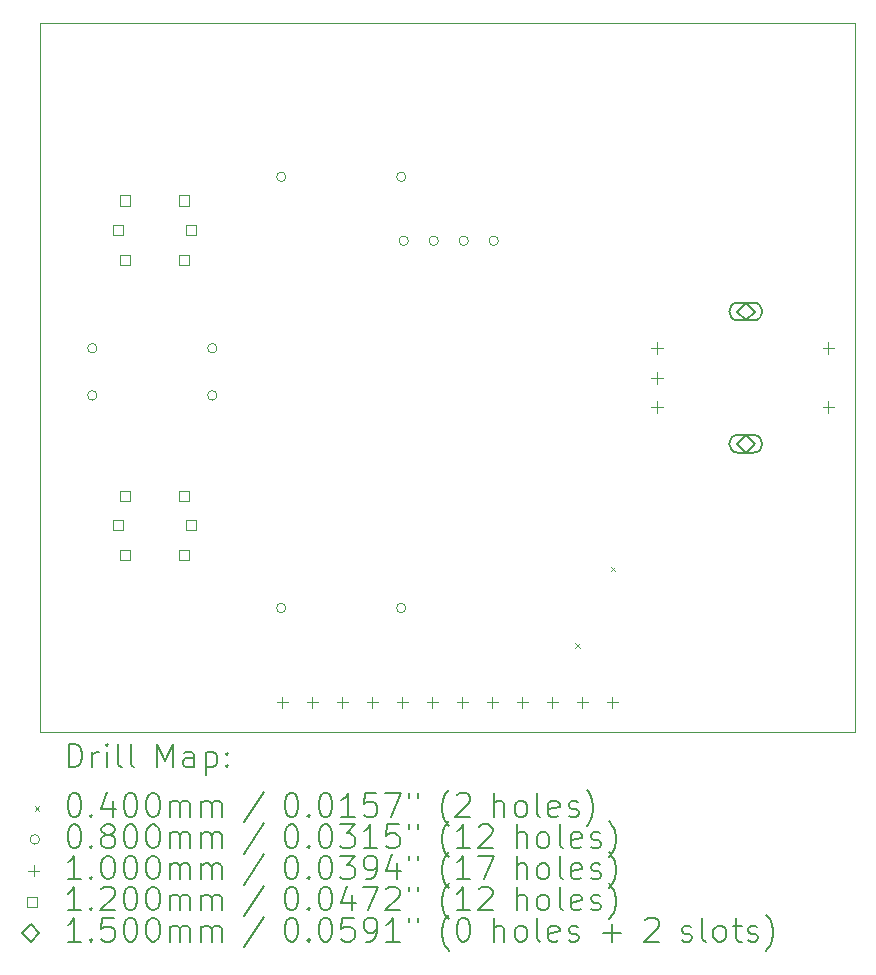
<source format=gbr>
%TF.GenerationSoftware,KiCad,Pcbnew,(7.0.0)*%
%TF.CreationDate,2023-02-26T23:15:07-06:00*%
%TF.ProjectId,KosmoClockUI,4b6f736d-6f43-46c6-9f63-6b55492e6b69,rev?*%
%TF.SameCoordinates,Original*%
%TF.FileFunction,Drillmap*%
%TF.FilePolarity,Positive*%
%FSLAX45Y45*%
G04 Gerber Fmt 4.5, Leading zero omitted, Abs format (unit mm)*
G04 Created by KiCad (PCBNEW (7.0.0)) date 2023-02-26 23:15:07*
%MOMM*%
%LPD*%
G01*
G04 APERTURE LIST*
%ADD10C,0.100000*%
%ADD11C,0.200000*%
%ADD12C,0.040000*%
%ADD13C,0.080000*%
%ADD14C,0.120000*%
%ADD15C,0.150000*%
G04 APERTURE END LIST*
D10*
X20300000Y-2000000D02*
X27200000Y-2000000D01*
X27200000Y-2000000D02*
X27200000Y-8000000D01*
X27200000Y-8000000D02*
X20300000Y-8000000D01*
X20300000Y-8000000D02*
X20300000Y-2000000D01*
D11*
D12*
X24830000Y-7250000D02*
X24870000Y-7290000D01*
X24870000Y-7250000D02*
X24830000Y-7290000D01*
X25130000Y-6600000D02*
X25170000Y-6640000D01*
X25170000Y-6600000D02*
X25130000Y-6640000D01*
D13*
X20782000Y-4750000D02*
G75*
G03*
X20782000Y-4750000I-40000J0D01*
G01*
X20782000Y-5150000D02*
G75*
G03*
X20782000Y-5150000I-40000J0D01*
G01*
X21798000Y-4750000D02*
G75*
G03*
X21798000Y-4750000I-40000J0D01*
G01*
X21798000Y-5150000D02*
G75*
G03*
X21798000Y-5150000I-40000J0D01*
G01*
X22382000Y-3300000D02*
G75*
G03*
X22382000Y-3300000I-40000J0D01*
G01*
X22382000Y-6950000D02*
G75*
G03*
X22382000Y-6950000I-40000J0D01*
G01*
X23398000Y-3300000D02*
G75*
G03*
X23398000Y-3300000I-40000J0D01*
G01*
X23398000Y-6950000D02*
G75*
G03*
X23398000Y-6950000I-40000J0D01*
G01*
X23418500Y-3840500D02*
G75*
G03*
X23418500Y-3840500I-40000J0D01*
G01*
X23672500Y-3840500D02*
G75*
G03*
X23672500Y-3840500I-40000J0D01*
G01*
X23926500Y-3840500D02*
G75*
G03*
X23926500Y-3840500I-40000J0D01*
G01*
X24180500Y-3840500D02*
G75*
G03*
X24180500Y-3840500I-40000J0D01*
G01*
D10*
X22352500Y-7700000D02*
X22352500Y-7800000D01*
X22302500Y-7750000D02*
X22402500Y-7750000D01*
X22606500Y-7700000D02*
X22606500Y-7800000D01*
X22556500Y-7750000D02*
X22656500Y-7750000D01*
X22860500Y-7700000D02*
X22860500Y-7800000D01*
X22810500Y-7750000D02*
X22910500Y-7750000D01*
X23114500Y-7700000D02*
X23114500Y-7800000D01*
X23064500Y-7750000D02*
X23164500Y-7750000D01*
X23368500Y-7700000D02*
X23368500Y-7800000D01*
X23318500Y-7750000D02*
X23418500Y-7750000D01*
X23622500Y-7700000D02*
X23622500Y-7800000D01*
X23572500Y-7750000D02*
X23672500Y-7750000D01*
X23876500Y-7700000D02*
X23876500Y-7800000D01*
X23826500Y-7750000D02*
X23926500Y-7750000D01*
X24130500Y-7700000D02*
X24130500Y-7800000D01*
X24080500Y-7750000D02*
X24180500Y-7750000D01*
X24384500Y-7700000D02*
X24384500Y-7800000D01*
X24334500Y-7750000D02*
X24434500Y-7750000D01*
X24638500Y-7700000D02*
X24638500Y-7800000D01*
X24588500Y-7750000D02*
X24688500Y-7750000D01*
X24892500Y-7700000D02*
X24892500Y-7800000D01*
X24842500Y-7750000D02*
X24942500Y-7750000D01*
X25146500Y-7700000D02*
X25146500Y-7800000D01*
X25096500Y-7750000D02*
X25196500Y-7750000D01*
X25525000Y-4700000D02*
X25525000Y-4800000D01*
X25475000Y-4750000D02*
X25575000Y-4750000D01*
X25525000Y-4950000D02*
X25525000Y-5050000D01*
X25475000Y-5000000D02*
X25575000Y-5000000D01*
X25525000Y-5200000D02*
X25525000Y-5300000D01*
X25475000Y-5250000D02*
X25575000Y-5250000D01*
X26975000Y-4700000D02*
X26975000Y-4800000D01*
X26925000Y-4750000D02*
X27025000Y-4750000D01*
X26975000Y-5200000D02*
X26975000Y-5300000D01*
X26925000Y-5250000D02*
X27025000Y-5250000D01*
D14*
X21002427Y-3792427D02*
X21002427Y-3707573D01*
X20917573Y-3707573D01*
X20917573Y-3792427D01*
X21002427Y-3792427D01*
X21002427Y-6292427D02*
X21002427Y-6207573D01*
X20917573Y-6207573D01*
X20917573Y-6292427D01*
X21002427Y-6292427D01*
X21062427Y-3542427D02*
X21062427Y-3457573D01*
X20977573Y-3457573D01*
X20977573Y-3542427D01*
X21062427Y-3542427D01*
X21062427Y-4042427D02*
X21062427Y-3957573D01*
X20977573Y-3957573D01*
X20977573Y-4042427D01*
X21062427Y-4042427D01*
X21062427Y-6042427D02*
X21062427Y-5957573D01*
X20977573Y-5957573D01*
X20977573Y-6042427D01*
X21062427Y-6042427D01*
X21062427Y-6542427D02*
X21062427Y-6457573D01*
X20977573Y-6457573D01*
X20977573Y-6542427D01*
X21062427Y-6542427D01*
X21562427Y-3542427D02*
X21562427Y-3457573D01*
X21477573Y-3457573D01*
X21477573Y-3542427D01*
X21562427Y-3542427D01*
X21562427Y-4042427D02*
X21562427Y-3957573D01*
X21477573Y-3957573D01*
X21477573Y-4042427D01*
X21562427Y-4042427D01*
X21562427Y-6042427D02*
X21562427Y-5957573D01*
X21477573Y-5957573D01*
X21477573Y-6042427D01*
X21562427Y-6042427D01*
X21562427Y-6542427D02*
X21562427Y-6457573D01*
X21477573Y-6457573D01*
X21477573Y-6542427D01*
X21562427Y-6542427D01*
X21622427Y-3792427D02*
X21622427Y-3707573D01*
X21537573Y-3707573D01*
X21537573Y-3792427D01*
X21622427Y-3792427D01*
X21622427Y-6292427D02*
X21622427Y-6207573D01*
X21537573Y-6207573D01*
X21537573Y-6292427D01*
X21622427Y-6292427D01*
D15*
X26275000Y-4515000D02*
X26350000Y-4440000D01*
X26275000Y-4365000D01*
X26200000Y-4440000D01*
X26275000Y-4515000D01*
D11*
X26210000Y-4515000D02*
X26340000Y-4515000D01*
X26340000Y-4515000D02*
G75*
G03*
X26340000Y-4365000I0J75000D01*
G01*
X26340000Y-4365000D02*
X26210000Y-4365000D01*
X26210000Y-4365000D02*
G75*
G03*
X26210000Y-4515000I0J-75000D01*
G01*
D15*
X26275000Y-5635000D02*
X26350000Y-5560000D01*
X26275000Y-5485000D01*
X26200000Y-5560000D01*
X26275000Y-5635000D01*
D11*
X26210000Y-5635000D02*
X26340000Y-5635000D01*
X26340000Y-5635000D02*
G75*
G03*
X26340000Y-5485000I0J75000D01*
G01*
X26340000Y-5485000D02*
X26210000Y-5485000D01*
X26210000Y-5485000D02*
G75*
G03*
X26210000Y-5635000I0J-75000D01*
G01*
X20542619Y-8298476D02*
X20542619Y-8098476D01*
X20542619Y-8098476D02*
X20590238Y-8098476D01*
X20590238Y-8098476D02*
X20618810Y-8108000D01*
X20618810Y-8108000D02*
X20637857Y-8127048D01*
X20637857Y-8127048D02*
X20647381Y-8146095D01*
X20647381Y-8146095D02*
X20656905Y-8184190D01*
X20656905Y-8184190D02*
X20656905Y-8212762D01*
X20656905Y-8212762D02*
X20647381Y-8250857D01*
X20647381Y-8250857D02*
X20637857Y-8269905D01*
X20637857Y-8269905D02*
X20618810Y-8288952D01*
X20618810Y-8288952D02*
X20590238Y-8298476D01*
X20590238Y-8298476D02*
X20542619Y-8298476D01*
X20742619Y-8298476D02*
X20742619Y-8165143D01*
X20742619Y-8203238D02*
X20752143Y-8184190D01*
X20752143Y-8184190D02*
X20761667Y-8174667D01*
X20761667Y-8174667D02*
X20780714Y-8165143D01*
X20780714Y-8165143D02*
X20799762Y-8165143D01*
X20866429Y-8298476D02*
X20866429Y-8165143D01*
X20866429Y-8098476D02*
X20856905Y-8108000D01*
X20856905Y-8108000D02*
X20866429Y-8117524D01*
X20866429Y-8117524D02*
X20875952Y-8108000D01*
X20875952Y-8108000D02*
X20866429Y-8098476D01*
X20866429Y-8098476D02*
X20866429Y-8117524D01*
X20990238Y-8298476D02*
X20971190Y-8288952D01*
X20971190Y-8288952D02*
X20961667Y-8269905D01*
X20961667Y-8269905D02*
X20961667Y-8098476D01*
X21095000Y-8298476D02*
X21075952Y-8288952D01*
X21075952Y-8288952D02*
X21066429Y-8269905D01*
X21066429Y-8269905D02*
X21066429Y-8098476D01*
X21291190Y-8298476D02*
X21291190Y-8098476D01*
X21291190Y-8098476D02*
X21357857Y-8241333D01*
X21357857Y-8241333D02*
X21424524Y-8098476D01*
X21424524Y-8098476D02*
X21424524Y-8298476D01*
X21605476Y-8298476D02*
X21605476Y-8193714D01*
X21605476Y-8193714D02*
X21595952Y-8174667D01*
X21595952Y-8174667D02*
X21576905Y-8165143D01*
X21576905Y-8165143D02*
X21538809Y-8165143D01*
X21538809Y-8165143D02*
X21519762Y-8174667D01*
X21605476Y-8288952D02*
X21586429Y-8298476D01*
X21586429Y-8298476D02*
X21538809Y-8298476D01*
X21538809Y-8298476D02*
X21519762Y-8288952D01*
X21519762Y-8288952D02*
X21510238Y-8269905D01*
X21510238Y-8269905D02*
X21510238Y-8250857D01*
X21510238Y-8250857D02*
X21519762Y-8231809D01*
X21519762Y-8231809D02*
X21538809Y-8222286D01*
X21538809Y-8222286D02*
X21586429Y-8222286D01*
X21586429Y-8222286D02*
X21605476Y-8212762D01*
X21700714Y-8165143D02*
X21700714Y-8365143D01*
X21700714Y-8174667D02*
X21719762Y-8165143D01*
X21719762Y-8165143D02*
X21757857Y-8165143D01*
X21757857Y-8165143D02*
X21776905Y-8174667D01*
X21776905Y-8174667D02*
X21786429Y-8184190D01*
X21786429Y-8184190D02*
X21795952Y-8203238D01*
X21795952Y-8203238D02*
X21795952Y-8260381D01*
X21795952Y-8260381D02*
X21786429Y-8279428D01*
X21786429Y-8279428D02*
X21776905Y-8288952D01*
X21776905Y-8288952D02*
X21757857Y-8298476D01*
X21757857Y-8298476D02*
X21719762Y-8298476D01*
X21719762Y-8298476D02*
X21700714Y-8288952D01*
X21881667Y-8279428D02*
X21891190Y-8288952D01*
X21891190Y-8288952D02*
X21881667Y-8298476D01*
X21881667Y-8298476D02*
X21872143Y-8288952D01*
X21872143Y-8288952D02*
X21881667Y-8279428D01*
X21881667Y-8279428D02*
X21881667Y-8298476D01*
X21881667Y-8174667D02*
X21891190Y-8184190D01*
X21891190Y-8184190D02*
X21881667Y-8193714D01*
X21881667Y-8193714D02*
X21872143Y-8184190D01*
X21872143Y-8184190D02*
X21881667Y-8174667D01*
X21881667Y-8174667D02*
X21881667Y-8193714D01*
D12*
X20255000Y-8625000D02*
X20295000Y-8665000D01*
X20295000Y-8625000D02*
X20255000Y-8665000D01*
D11*
X20580714Y-8518476D02*
X20599762Y-8518476D01*
X20599762Y-8518476D02*
X20618810Y-8528000D01*
X20618810Y-8528000D02*
X20628333Y-8537524D01*
X20628333Y-8537524D02*
X20637857Y-8556571D01*
X20637857Y-8556571D02*
X20647381Y-8594667D01*
X20647381Y-8594667D02*
X20647381Y-8642286D01*
X20647381Y-8642286D02*
X20637857Y-8680381D01*
X20637857Y-8680381D02*
X20628333Y-8699429D01*
X20628333Y-8699429D02*
X20618810Y-8708952D01*
X20618810Y-8708952D02*
X20599762Y-8718476D01*
X20599762Y-8718476D02*
X20580714Y-8718476D01*
X20580714Y-8718476D02*
X20561667Y-8708952D01*
X20561667Y-8708952D02*
X20552143Y-8699429D01*
X20552143Y-8699429D02*
X20542619Y-8680381D01*
X20542619Y-8680381D02*
X20533095Y-8642286D01*
X20533095Y-8642286D02*
X20533095Y-8594667D01*
X20533095Y-8594667D02*
X20542619Y-8556571D01*
X20542619Y-8556571D02*
X20552143Y-8537524D01*
X20552143Y-8537524D02*
X20561667Y-8528000D01*
X20561667Y-8528000D02*
X20580714Y-8518476D01*
X20733095Y-8699429D02*
X20742619Y-8708952D01*
X20742619Y-8708952D02*
X20733095Y-8718476D01*
X20733095Y-8718476D02*
X20723571Y-8708952D01*
X20723571Y-8708952D02*
X20733095Y-8699429D01*
X20733095Y-8699429D02*
X20733095Y-8718476D01*
X20914048Y-8585143D02*
X20914048Y-8718476D01*
X20866429Y-8508952D02*
X20818810Y-8651810D01*
X20818810Y-8651810D02*
X20942619Y-8651810D01*
X21056905Y-8518476D02*
X21075952Y-8518476D01*
X21075952Y-8518476D02*
X21095000Y-8528000D01*
X21095000Y-8528000D02*
X21104524Y-8537524D01*
X21104524Y-8537524D02*
X21114048Y-8556571D01*
X21114048Y-8556571D02*
X21123571Y-8594667D01*
X21123571Y-8594667D02*
X21123571Y-8642286D01*
X21123571Y-8642286D02*
X21114048Y-8680381D01*
X21114048Y-8680381D02*
X21104524Y-8699429D01*
X21104524Y-8699429D02*
X21095000Y-8708952D01*
X21095000Y-8708952D02*
X21075952Y-8718476D01*
X21075952Y-8718476D02*
X21056905Y-8718476D01*
X21056905Y-8718476D02*
X21037857Y-8708952D01*
X21037857Y-8708952D02*
X21028333Y-8699429D01*
X21028333Y-8699429D02*
X21018810Y-8680381D01*
X21018810Y-8680381D02*
X21009286Y-8642286D01*
X21009286Y-8642286D02*
X21009286Y-8594667D01*
X21009286Y-8594667D02*
X21018810Y-8556571D01*
X21018810Y-8556571D02*
X21028333Y-8537524D01*
X21028333Y-8537524D02*
X21037857Y-8528000D01*
X21037857Y-8528000D02*
X21056905Y-8518476D01*
X21247381Y-8518476D02*
X21266429Y-8518476D01*
X21266429Y-8518476D02*
X21285476Y-8528000D01*
X21285476Y-8528000D02*
X21295000Y-8537524D01*
X21295000Y-8537524D02*
X21304524Y-8556571D01*
X21304524Y-8556571D02*
X21314048Y-8594667D01*
X21314048Y-8594667D02*
X21314048Y-8642286D01*
X21314048Y-8642286D02*
X21304524Y-8680381D01*
X21304524Y-8680381D02*
X21295000Y-8699429D01*
X21295000Y-8699429D02*
X21285476Y-8708952D01*
X21285476Y-8708952D02*
X21266429Y-8718476D01*
X21266429Y-8718476D02*
X21247381Y-8718476D01*
X21247381Y-8718476D02*
X21228333Y-8708952D01*
X21228333Y-8708952D02*
X21218810Y-8699429D01*
X21218810Y-8699429D02*
X21209286Y-8680381D01*
X21209286Y-8680381D02*
X21199762Y-8642286D01*
X21199762Y-8642286D02*
X21199762Y-8594667D01*
X21199762Y-8594667D02*
X21209286Y-8556571D01*
X21209286Y-8556571D02*
X21218810Y-8537524D01*
X21218810Y-8537524D02*
X21228333Y-8528000D01*
X21228333Y-8528000D02*
X21247381Y-8518476D01*
X21399762Y-8718476D02*
X21399762Y-8585143D01*
X21399762Y-8604190D02*
X21409286Y-8594667D01*
X21409286Y-8594667D02*
X21428333Y-8585143D01*
X21428333Y-8585143D02*
X21456905Y-8585143D01*
X21456905Y-8585143D02*
X21475952Y-8594667D01*
X21475952Y-8594667D02*
X21485476Y-8613714D01*
X21485476Y-8613714D02*
X21485476Y-8718476D01*
X21485476Y-8613714D02*
X21495000Y-8594667D01*
X21495000Y-8594667D02*
X21514048Y-8585143D01*
X21514048Y-8585143D02*
X21542619Y-8585143D01*
X21542619Y-8585143D02*
X21561667Y-8594667D01*
X21561667Y-8594667D02*
X21571191Y-8613714D01*
X21571191Y-8613714D02*
X21571191Y-8718476D01*
X21666429Y-8718476D02*
X21666429Y-8585143D01*
X21666429Y-8604190D02*
X21675952Y-8594667D01*
X21675952Y-8594667D02*
X21695000Y-8585143D01*
X21695000Y-8585143D02*
X21723572Y-8585143D01*
X21723572Y-8585143D02*
X21742619Y-8594667D01*
X21742619Y-8594667D02*
X21752143Y-8613714D01*
X21752143Y-8613714D02*
X21752143Y-8718476D01*
X21752143Y-8613714D02*
X21761667Y-8594667D01*
X21761667Y-8594667D02*
X21780714Y-8585143D01*
X21780714Y-8585143D02*
X21809286Y-8585143D01*
X21809286Y-8585143D02*
X21828333Y-8594667D01*
X21828333Y-8594667D02*
X21837857Y-8613714D01*
X21837857Y-8613714D02*
X21837857Y-8718476D01*
X22195952Y-8508952D02*
X22024524Y-8766095D01*
X22420714Y-8518476D02*
X22439762Y-8518476D01*
X22439762Y-8518476D02*
X22458810Y-8528000D01*
X22458810Y-8528000D02*
X22468333Y-8537524D01*
X22468333Y-8537524D02*
X22477857Y-8556571D01*
X22477857Y-8556571D02*
X22487381Y-8594667D01*
X22487381Y-8594667D02*
X22487381Y-8642286D01*
X22487381Y-8642286D02*
X22477857Y-8680381D01*
X22477857Y-8680381D02*
X22468333Y-8699429D01*
X22468333Y-8699429D02*
X22458810Y-8708952D01*
X22458810Y-8708952D02*
X22439762Y-8718476D01*
X22439762Y-8718476D02*
X22420714Y-8718476D01*
X22420714Y-8718476D02*
X22401667Y-8708952D01*
X22401667Y-8708952D02*
X22392143Y-8699429D01*
X22392143Y-8699429D02*
X22382619Y-8680381D01*
X22382619Y-8680381D02*
X22373095Y-8642286D01*
X22373095Y-8642286D02*
X22373095Y-8594667D01*
X22373095Y-8594667D02*
X22382619Y-8556571D01*
X22382619Y-8556571D02*
X22392143Y-8537524D01*
X22392143Y-8537524D02*
X22401667Y-8528000D01*
X22401667Y-8528000D02*
X22420714Y-8518476D01*
X22573095Y-8699429D02*
X22582619Y-8708952D01*
X22582619Y-8708952D02*
X22573095Y-8718476D01*
X22573095Y-8718476D02*
X22563571Y-8708952D01*
X22563571Y-8708952D02*
X22573095Y-8699429D01*
X22573095Y-8699429D02*
X22573095Y-8718476D01*
X22706429Y-8518476D02*
X22725476Y-8518476D01*
X22725476Y-8518476D02*
X22744524Y-8528000D01*
X22744524Y-8528000D02*
X22754048Y-8537524D01*
X22754048Y-8537524D02*
X22763571Y-8556571D01*
X22763571Y-8556571D02*
X22773095Y-8594667D01*
X22773095Y-8594667D02*
X22773095Y-8642286D01*
X22773095Y-8642286D02*
X22763571Y-8680381D01*
X22763571Y-8680381D02*
X22754048Y-8699429D01*
X22754048Y-8699429D02*
X22744524Y-8708952D01*
X22744524Y-8708952D02*
X22725476Y-8718476D01*
X22725476Y-8718476D02*
X22706429Y-8718476D01*
X22706429Y-8718476D02*
X22687381Y-8708952D01*
X22687381Y-8708952D02*
X22677857Y-8699429D01*
X22677857Y-8699429D02*
X22668333Y-8680381D01*
X22668333Y-8680381D02*
X22658810Y-8642286D01*
X22658810Y-8642286D02*
X22658810Y-8594667D01*
X22658810Y-8594667D02*
X22668333Y-8556571D01*
X22668333Y-8556571D02*
X22677857Y-8537524D01*
X22677857Y-8537524D02*
X22687381Y-8528000D01*
X22687381Y-8528000D02*
X22706429Y-8518476D01*
X22963571Y-8718476D02*
X22849286Y-8718476D01*
X22906429Y-8718476D02*
X22906429Y-8518476D01*
X22906429Y-8518476D02*
X22887381Y-8547048D01*
X22887381Y-8547048D02*
X22868333Y-8566095D01*
X22868333Y-8566095D02*
X22849286Y-8575619D01*
X23144524Y-8518476D02*
X23049286Y-8518476D01*
X23049286Y-8518476D02*
X23039762Y-8613714D01*
X23039762Y-8613714D02*
X23049286Y-8604190D01*
X23049286Y-8604190D02*
X23068333Y-8594667D01*
X23068333Y-8594667D02*
X23115952Y-8594667D01*
X23115952Y-8594667D02*
X23135000Y-8604190D01*
X23135000Y-8604190D02*
X23144524Y-8613714D01*
X23144524Y-8613714D02*
X23154048Y-8632762D01*
X23154048Y-8632762D02*
X23154048Y-8680381D01*
X23154048Y-8680381D02*
X23144524Y-8699429D01*
X23144524Y-8699429D02*
X23135000Y-8708952D01*
X23135000Y-8708952D02*
X23115952Y-8718476D01*
X23115952Y-8718476D02*
X23068333Y-8718476D01*
X23068333Y-8718476D02*
X23049286Y-8708952D01*
X23049286Y-8708952D02*
X23039762Y-8699429D01*
X23220714Y-8518476D02*
X23354048Y-8518476D01*
X23354048Y-8518476D02*
X23268333Y-8718476D01*
X23420714Y-8518476D02*
X23420714Y-8556571D01*
X23496905Y-8518476D02*
X23496905Y-8556571D01*
X23759762Y-8794667D02*
X23750238Y-8785143D01*
X23750238Y-8785143D02*
X23731191Y-8756571D01*
X23731191Y-8756571D02*
X23721667Y-8737524D01*
X23721667Y-8737524D02*
X23712143Y-8708952D01*
X23712143Y-8708952D02*
X23702619Y-8661333D01*
X23702619Y-8661333D02*
X23702619Y-8623238D01*
X23702619Y-8623238D02*
X23712143Y-8575619D01*
X23712143Y-8575619D02*
X23721667Y-8547048D01*
X23721667Y-8547048D02*
X23731191Y-8528000D01*
X23731191Y-8528000D02*
X23750238Y-8499429D01*
X23750238Y-8499429D02*
X23759762Y-8489905D01*
X23826429Y-8537524D02*
X23835952Y-8528000D01*
X23835952Y-8528000D02*
X23855000Y-8518476D01*
X23855000Y-8518476D02*
X23902619Y-8518476D01*
X23902619Y-8518476D02*
X23921667Y-8528000D01*
X23921667Y-8528000D02*
X23931191Y-8537524D01*
X23931191Y-8537524D02*
X23940714Y-8556571D01*
X23940714Y-8556571D02*
X23940714Y-8575619D01*
X23940714Y-8575619D02*
X23931191Y-8604190D01*
X23931191Y-8604190D02*
X23816905Y-8718476D01*
X23816905Y-8718476D02*
X23940714Y-8718476D01*
X24146429Y-8718476D02*
X24146429Y-8518476D01*
X24232143Y-8718476D02*
X24232143Y-8613714D01*
X24232143Y-8613714D02*
X24222619Y-8594667D01*
X24222619Y-8594667D02*
X24203572Y-8585143D01*
X24203572Y-8585143D02*
X24175000Y-8585143D01*
X24175000Y-8585143D02*
X24155952Y-8594667D01*
X24155952Y-8594667D02*
X24146429Y-8604190D01*
X24355952Y-8718476D02*
X24336905Y-8708952D01*
X24336905Y-8708952D02*
X24327381Y-8699429D01*
X24327381Y-8699429D02*
X24317857Y-8680381D01*
X24317857Y-8680381D02*
X24317857Y-8623238D01*
X24317857Y-8623238D02*
X24327381Y-8604190D01*
X24327381Y-8604190D02*
X24336905Y-8594667D01*
X24336905Y-8594667D02*
X24355952Y-8585143D01*
X24355952Y-8585143D02*
X24384524Y-8585143D01*
X24384524Y-8585143D02*
X24403572Y-8594667D01*
X24403572Y-8594667D02*
X24413095Y-8604190D01*
X24413095Y-8604190D02*
X24422619Y-8623238D01*
X24422619Y-8623238D02*
X24422619Y-8680381D01*
X24422619Y-8680381D02*
X24413095Y-8699429D01*
X24413095Y-8699429D02*
X24403572Y-8708952D01*
X24403572Y-8708952D02*
X24384524Y-8718476D01*
X24384524Y-8718476D02*
X24355952Y-8718476D01*
X24536905Y-8718476D02*
X24517857Y-8708952D01*
X24517857Y-8708952D02*
X24508333Y-8689905D01*
X24508333Y-8689905D02*
X24508333Y-8518476D01*
X24689286Y-8708952D02*
X24670238Y-8718476D01*
X24670238Y-8718476D02*
X24632143Y-8718476D01*
X24632143Y-8718476D02*
X24613095Y-8708952D01*
X24613095Y-8708952D02*
X24603572Y-8689905D01*
X24603572Y-8689905D02*
X24603572Y-8613714D01*
X24603572Y-8613714D02*
X24613095Y-8594667D01*
X24613095Y-8594667D02*
X24632143Y-8585143D01*
X24632143Y-8585143D02*
X24670238Y-8585143D01*
X24670238Y-8585143D02*
X24689286Y-8594667D01*
X24689286Y-8594667D02*
X24698810Y-8613714D01*
X24698810Y-8613714D02*
X24698810Y-8632762D01*
X24698810Y-8632762D02*
X24603572Y-8651810D01*
X24775000Y-8708952D02*
X24794048Y-8718476D01*
X24794048Y-8718476D02*
X24832143Y-8718476D01*
X24832143Y-8718476D02*
X24851191Y-8708952D01*
X24851191Y-8708952D02*
X24860714Y-8689905D01*
X24860714Y-8689905D02*
X24860714Y-8680381D01*
X24860714Y-8680381D02*
X24851191Y-8661333D01*
X24851191Y-8661333D02*
X24832143Y-8651810D01*
X24832143Y-8651810D02*
X24803572Y-8651810D01*
X24803572Y-8651810D02*
X24784524Y-8642286D01*
X24784524Y-8642286D02*
X24775000Y-8623238D01*
X24775000Y-8623238D02*
X24775000Y-8613714D01*
X24775000Y-8613714D02*
X24784524Y-8594667D01*
X24784524Y-8594667D02*
X24803572Y-8585143D01*
X24803572Y-8585143D02*
X24832143Y-8585143D01*
X24832143Y-8585143D02*
X24851191Y-8594667D01*
X24927381Y-8794667D02*
X24936905Y-8785143D01*
X24936905Y-8785143D02*
X24955953Y-8756571D01*
X24955953Y-8756571D02*
X24965476Y-8737524D01*
X24965476Y-8737524D02*
X24975000Y-8708952D01*
X24975000Y-8708952D02*
X24984524Y-8661333D01*
X24984524Y-8661333D02*
X24984524Y-8623238D01*
X24984524Y-8623238D02*
X24975000Y-8575619D01*
X24975000Y-8575619D02*
X24965476Y-8547048D01*
X24965476Y-8547048D02*
X24955953Y-8528000D01*
X24955953Y-8528000D02*
X24936905Y-8499429D01*
X24936905Y-8499429D02*
X24927381Y-8489905D01*
D13*
X20295000Y-8909000D02*
G75*
G03*
X20295000Y-8909000I-40000J0D01*
G01*
D11*
X20580714Y-8782476D02*
X20599762Y-8782476D01*
X20599762Y-8782476D02*
X20618810Y-8792000D01*
X20618810Y-8792000D02*
X20628333Y-8801524D01*
X20628333Y-8801524D02*
X20637857Y-8820571D01*
X20637857Y-8820571D02*
X20647381Y-8858667D01*
X20647381Y-8858667D02*
X20647381Y-8906286D01*
X20647381Y-8906286D02*
X20637857Y-8944381D01*
X20637857Y-8944381D02*
X20628333Y-8963429D01*
X20628333Y-8963429D02*
X20618810Y-8972952D01*
X20618810Y-8972952D02*
X20599762Y-8982476D01*
X20599762Y-8982476D02*
X20580714Y-8982476D01*
X20580714Y-8982476D02*
X20561667Y-8972952D01*
X20561667Y-8972952D02*
X20552143Y-8963429D01*
X20552143Y-8963429D02*
X20542619Y-8944381D01*
X20542619Y-8944381D02*
X20533095Y-8906286D01*
X20533095Y-8906286D02*
X20533095Y-8858667D01*
X20533095Y-8858667D02*
X20542619Y-8820571D01*
X20542619Y-8820571D02*
X20552143Y-8801524D01*
X20552143Y-8801524D02*
X20561667Y-8792000D01*
X20561667Y-8792000D02*
X20580714Y-8782476D01*
X20733095Y-8963429D02*
X20742619Y-8972952D01*
X20742619Y-8972952D02*
X20733095Y-8982476D01*
X20733095Y-8982476D02*
X20723571Y-8972952D01*
X20723571Y-8972952D02*
X20733095Y-8963429D01*
X20733095Y-8963429D02*
X20733095Y-8982476D01*
X20856905Y-8868190D02*
X20837857Y-8858667D01*
X20837857Y-8858667D02*
X20828333Y-8849143D01*
X20828333Y-8849143D02*
X20818810Y-8830095D01*
X20818810Y-8830095D02*
X20818810Y-8820571D01*
X20818810Y-8820571D02*
X20828333Y-8801524D01*
X20828333Y-8801524D02*
X20837857Y-8792000D01*
X20837857Y-8792000D02*
X20856905Y-8782476D01*
X20856905Y-8782476D02*
X20895000Y-8782476D01*
X20895000Y-8782476D02*
X20914048Y-8792000D01*
X20914048Y-8792000D02*
X20923571Y-8801524D01*
X20923571Y-8801524D02*
X20933095Y-8820571D01*
X20933095Y-8820571D02*
X20933095Y-8830095D01*
X20933095Y-8830095D02*
X20923571Y-8849143D01*
X20923571Y-8849143D02*
X20914048Y-8858667D01*
X20914048Y-8858667D02*
X20895000Y-8868190D01*
X20895000Y-8868190D02*
X20856905Y-8868190D01*
X20856905Y-8868190D02*
X20837857Y-8877714D01*
X20837857Y-8877714D02*
X20828333Y-8887238D01*
X20828333Y-8887238D02*
X20818810Y-8906286D01*
X20818810Y-8906286D02*
X20818810Y-8944381D01*
X20818810Y-8944381D02*
X20828333Y-8963429D01*
X20828333Y-8963429D02*
X20837857Y-8972952D01*
X20837857Y-8972952D02*
X20856905Y-8982476D01*
X20856905Y-8982476D02*
X20895000Y-8982476D01*
X20895000Y-8982476D02*
X20914048Y-8972952D01*
X20914048Y-8972952D02*
X20923571Y-8963429D01*
X20923571Y-8963429D02*
X20933095Y-8944381D01*
X20933095Y-8944381D02*
X20933095Y-8906286D01*
X20933095Y-8906286D02*
X20923571Y-8887238D01*
X20923571Y-8887238D02*
X20914048Y-8877714D01*
X20914048Y-8877714D02*
X20895000Y-8868190D01*
X21056905Y-8782476D02*
X21075952Y-8782476D01*
X21075952Y-8782476D02*
X21095000Y-8792000D01*
X21095000Y-8792000D02*
X21104524Y-8801524D01*
X21104524Y-8801524D02*
X21114048Y-8820571D01*
X21114048Y-8820571D02*
X21123571Y-8858667D01*
X21123571Y-8858667D02*
X21123571Y-8906286D01*
X21123571Y-8906286D02*
X21114048Y-8944381D01*
X21114048Y-8944381D02*
X21104524Y-8963429D01*
X21104524Y-8963429D02*
X21095000Y-8972952D01*
X21095000Y-8972952D02*
X21075952Y-8982476D01*
X21075952Y-8982476D02*
X21056905Y-8982476D01*
X21056905Y-8982476D02*
X21037857Y-8972952D01*
X21037857Y-8972952D02*
X21028333Y-8963429D01*
X21028333Y-8963429D02*
X21018810Y-8944381D01*
X21018810Y-8944381D02*
X21009286Y-8906286D01*
X21009286Y-8906286D02*
X21009286Y-8858667D01*
X21009286Y-8858667D02*
X21018810Y-8820571D01*
X21018810Y-8820571D02*
X21028333Y-8801524D01*
X21028333Y-8801524D02*
X21037857Y-8792000D01*
X21037857Y-8792000D02*
X21056905Y-8782476D01*
X21247381Y-8782476D02*
X21266429Y-8782476D01*
X21266429Y-8782476D02*
X21285476Y-8792000D01*
X21285476Y-8792000D02*
X21295000Y-8801524D01*
X21295000Y-8801524D02*
X21304524Y-8820571D01*
X21304524Y-8820571D02*
X21314048Y-8858667D01*
X21314048Y-8858667D02*
X21314048Y-8906286D01*
X21314048Y-8906286D02*
X21304524Y-8944381D01*
X21304524Y-8944381D02*
X21295000Y-8963429D01*
X21295000Y-8963429D02*
X21285476Y-8972952D01*
X21285476Y-8972952D02*
X21266429Y-8982476D01*
X21266429Y-8982476D02*
X21247381Y-8982476D01*
X21247381Y-8982476D02*
X21228333Y-8972952D01*
X21228333Y-8972952D02*
X21218810Y-8963429D01*
X21218810Y-8963429D02*
X21209286Y-8944381D01*
X21209286Y-8944381D02*
X21199762Y-8906286D01*
X21199762Y-8906286D02*
X21199762Y-8858667D01*
X21199762Y-8858667D02*
X21209286Y-8820571D01*
X21209286Y-8820571D02*
X21218810Y-8801524D01*
X21218810Y-8801524D02*
X21228333Y-8792000D01*
X21228333Y-8792000D02*
X21247381Y-8782476D01*
X21399762Y-8982476D02*
X21399762Y-8849143D01*
X21399762Y-8868190D02*
X21409286Y-8858667D01*
X21409286Y-8858667D02*
X21428333Y-8849143D01*
X21428333Y-8849143D02*
X21456905Y-8849143D01*
X21456905Y-8849143D02*
X21475952Y-8858667D01*
X21475952Y-8858667D02*
X21485476Y-8877714D01*
X21485476Y-8877714D02*
X21485476Y-8982476D01*
X21485476Y-8877714D02*
X21495000Y-8858667D01*
X21495000Y-8858667D02*
X21514048Y-8849143D01*
X21514048Y-8849143D02*
X21542619Y-8849143D01*
X21542619Y-8849143D02*
X21561667Y-8858667D01*
X21561667Y-8858667D02*
X21571191Y-8877714D01*
X21571191Y-8877714D02*
X21571191Y-8982476D01*
X21666429Y-8982476D02*
X21666429Y-8849143D01*
X21666429Y-8868190D02*
X21675952Y-8858667D01*
X21675952Y-8858667D02*
X21695000Y-8849143D01*
X21695000Y-8849143D02*
X21723572Y-8849143D01*
X21723572Y-8849143D02*
X21742619Y-8858667D01*
X21742619Y-8858667D02*
X21752143Y-8877714D01*
X21752143Y-8877714D02*
X21752143Y-8982476D01*
X21752143Y-8877714D02*
X21761667Y-8858667D01*
X21761667Y-8858667D02*
X21780714Y-8849143D01*
X21780714Y-8849143D02*
X21809286Y-8849143D01*
X21809286Y-8849143D02*
X21828333Y-8858667D01*
X21828333Y-8858667D02*
X21837857Y-8877714D01*
X21837857Y-8877714D02*
X21837857Y-8982476D01*
X22195952Y-8772952D02*
X22024524Y-9030095D01*
X22420714Y-8782476D02*
X22439762Y-8782476D01*
X22439762Y-8782476D02*
X22458810Y-8792000D01*
X22458810Y-8792000D02*
X22468333Y-8801524D01*
X22468333Y-8801524D02*
X22477857Y-8820571D01*
X22477857Y-8820571D02*
X22487381Y-8858667D01*
X22487381Y-8858667D02*
X22487381Y-8906286D01*
X22487381Y-8906286D02*
X22477857Y-8944381D01*
X22477857Y-8944381D02*
X22468333Y-8963429D01*
X22468333Y-8963429D02*
X22458810Y-8972952D01*
X22458810Y-8972952D02*
X22439762Y-8982476D01*
X22439762Y-8982476D02*
X22420714Y-8982476D01*
X22420714Y-8982476D02*
X22401667Y-8972952D01*
X22401667Y-8972952D02*
X22392143Y-8963429D01*
X22392143Y-8963429D02*
X22382619Y-8944381D01*
X22382619Y-8944381D02*
X22373095Y-8906286D01*
X22373095Y-8906286D02*
X22373095Y-8858667D01*
X22373095Y-8858667D02*
X22382619Y-8820571D01*
X22382619Y-8820571D02*
X22392143Y-8801524D01*
X22392143Y-8801524D02*
X22401667Y-8792000D01*
X22401667Y-8792000D02*
X22420714Y-8782476D01*
X22573095Y-8963429D02*
X22582619Y-8972952D01*
X22582619Y-8972952D02*
X22573095Y-8982476D01*
X22573095Y-8982476D02*
X22563571Y-8972952D01*
X22563571Y-8972952D02*
X22573095Y-8963429D01*
X22573095Y-8963429D02*
X22573095Y-8982476D01*
X22706429Y-8782476D02*
X22725476Y-8782476D01*
X22725476Y-8782476D02*
X22744524Y-8792000D01*
X22744524Y-8792000D02*
X22754048Y-8801524D01*
X22754048Y-8801524D02*
X22763571Y-8820571D01*
X22763571Y-8820571D02*
X22773095Y-8858667D01*
X22773095Y-8858667D02*
X22773095Y-8906286D01*
X22773095Y-8906286D02*
X22763571Y-8944381D01*
X22763571Y-8944381D02*
X22754048Y-8963429D01*
X22754048Y-8963429D02*
X22744524Y-8972952D01*
X22744524Y-8972952D02*
X22725476Y-8982476D01*
X22725476Y-8982476D02*
X22706429Y-8982476D01*
X22706429Y-8982476D02*
X22687381Y-8972952D01*
X22687381Y-8972952D02*
X22677857Y-8963429D01*
X22677857Y-8963429D02*
X22668333Y-8944381D01*
X22668333Y-8944381D02*
X22658810Y-8906286D01*
X22658810Y-8906286D02*
X22658810Y-8858667D01*
X22658810Y-8858667D02*
X22668333Y-8820571D01*
X22668333Y-8820571D02*
X22677857Y-8801524D01*
X22677857Y-8801524D02*
X22687381Y-8792000D01*
X22687381Y-8792000D02*
X22706429Y-8782476D01*
X22839762Y-8782476D02*
X22963571Y-8782476D01*
X22963571Y-8782476D02*
X22896905Y-8858667D01*
X22896905Y-8858667D02*
X22925476Y-8858667D01*
X22925476Y-8858667D02*
X22944524Y-8868190D01*
X22944524Y-8868190D02*
X22954048Y-8877714D01*
X22954048Y-8877714D02*
X22963571Y-8896762D01*
X22963571Y-8896762D02*
X22963571Y-8944381D01*
X22963571Y-8944381D02*
X22954048Y-8963429D01*
X22954048Y-8963429D02*
X22944524Y-8972952D01*
X22944524Y-8972952D02*
X22925476Y-8982476D01*
X22925476Y-8982476D02*
X22868333Y-8982476D01*
X22868333Y-8982476D02*
X22849286Y-8972952D01*
X22849286Y-8972952D02*
X22839762Y-8963429D01*
X23154048Y-8982476D02*
X23039762Y-8982476D01*
X23096905Y-8982476D02*
X23096905Y-8782476D01*
X23096905Y-8782476D02*
X23077857Y-8811048D01*
X23077857Y-8811048D02*
X23058810Y-8830095D01*
X23058810Y-8830095D02*
X23039762Y-8839619D01*
X23335000Y-8782476D02*
X23239762Y-8782476D01*
X23239762Y-8782476D02*
X23230238Y-8877714D01*
X23230238Y-8877714D02*
X23239762Y-8868190D01*
X23239762Y-8868190D02*
X23258810Y-8858667D01*
X23258810Y-8858667D02*
X23306429Y-8858667D01*
X23306429Y-8858667D02*
X23325476Y-8868190D01*
X23325476Y-8868190D02*
X23335000Y-8877714D01*
X23335000Y-8877714D02*
X23344524Y-8896762D01*
X23344524Y-8896762D02*
X23344524Y-8944381D01*
X23344524Y-8944381D02*
X23335000Y-8963429D01*
X23335000Y-8963429D02*
X23325476Y-8972952D01*
X23325476Y-8972952D02*
X23306429Y-8982476D01*
X23306429Y-8982476D02*
X23258810Y-8982476D01*
X23258810Y-8982476D02*
X23239762Y-8972952D01*
X23239762Y-8972952D02*
X23230238Y-8963429D01*
X23420714Y-8782476D02*
X23420714Y-8820571D01*
X23496905Y-8782476D02*
X23496905Y-8820571D01*
X23759762Y-9058667D02*
X23750238Y-9049143D01*
X23750238Y-9049143D02*
X23731191Y-9020571D01*
X23731191Y-9020571D02*
X23721667Y-9001524D01*
X23721667Y-9001524D02*
X23712143Y-8972952D01*
X23712143Y-8972952D02*
X23702619Y-8925333D01*
X23702619Y-8925333D02*
X23702619Y-8887238D01*
X23702619Y-8887238D02*
X23712143Y-8839619D01*
X23712143Y-8839619D02*
X23721667Y-8811048D01*
X23721667Y-8811048D02*
X23731191Y-8792000D01*
X23731191Y-8792000D02*
X23750238Y-8763429D01*
X23750238Y-8763429D02*
X23759762Y-8753905D01*
X23940714Y-8982476D02*
X23826429Y-8982476D01*
X23883571Y-8982476D02*
X23883571Y-8782476D01*
X23883571Y-8782476D02*
X23864524Y-8811048D01*
X23864524Y-8811048D02*
X23845476Y-8830095D01*
X23845476Y-8830095D02*
X23826429Y-8839619D01*
X24016905Y-8801524D02*
X24026429Y-8792000D01*
X24026429Y-8792000D02*
X24045476Y-8782476D01*
X24045476Y-8782476D02*
X24093095Y-8782476D01*
X24093095Y-8782476D02*
X24112143Y-8792000D01*
X24112143Y-8792000D02*
X24121667Y-8801524D01*
X24121667Y-8801524D02*
X24131191Y-8820571D01*
X24131191Y-8820571D02*
X24131191Y-8839619D01*
X24131191Y-8839619D02*
X24121667Y-8868190D01*
X24121667Y-8868190D02*
X24007381Y-8982476D01*
X24007381Y-8982476D02*
X24131191Y-8982476D01*
X24336905Y-8982476D02*
X24336905Y-8782476D01*
X24422619Y-8982476D02*
X24422619Y-8877714D01*
X24422619Y-8877714D02*
X24413095Y-8858667D01*
X24413095Y-8858667D02*
X24394048Y-8849143D01*
X24394048Y-8849143D02*
X24365476Y-8849143D01*
X24365476Y-8849143D02*
X24346429Y-8858667D01*
X24346429Y-8858667D02*
X24336905Y-8868190D01*
X24546429Y-8982476D02*
X24527381Y-8972952D01*
X24527381Y-8972952D02*
X24517857Y-8963429D01*
X24517857Y-8963429D02*
X24508333Y-8944381D01*
X24508333Y-8944381D02*
X24508333Y-8887238D01*
X24508333Y-8887238D02*
X24517857Y-8868190D01*
X24517857Y-8868190D02*
X24527381Y-8858667D01*
X24527381Y-8858667D02*
X24546429Y-8849143D01*
X24546429Y-8849143D02*
X24575000Y-8849143D01*
X24575000Y-8849143D02*
X24594048Y-8858667D01*
X24594048Y-8858667D02*
X24603572Y-8868190D01*
X24603572Y-8868190D02*
X24613095Y-8887238D01*
X24613095Y-8887238D02*
X24613095Y-8944381D01*
X24613095Y-8944381D02*
X24603572Y-8963429D01*
X24603572Y-8963429D02*
X24594048Y-8972952D01*
X24594048Y-8972952D02*
X24575000Y-8982476D01*
X24575000Y-8982476D02*
X24546429Y-8982476D01*
X24727381Y-8982476D02*
X24708333Y-8972952D01*
X24708333Y-8972952D02*
X24698810Y-8953905D01*
X24698810Y-8953905D02*
X24698810Y-8782476D01*
X24879762Y-8972952D02*
X24860714Y-8982476D01*
X24860714Y-8982476D02*
X24822619Y-8982476D01*
X24822619Y-8982476D02*
X24803572Y-8972952D01*
X24803572Y-8972952D02*
X24794048Y-8953905D01*
X24794048Y-8953905D02*
X24794048Y-8877714D01*
X24794048Y-8877714D02*
X24803572Y-8858667D01*
X24803572Y-8858667D02*
X24822619Y-8849143D01*
X24822619Y-8849143D02*
X24860714Y-8849143D01*
X24860714Y-8849143D02*
X24879762Y-8858667D01*
X24879762Y-8858667D02*
X24889286Y-8877714D01*
X24889286Y-8877714D02*
X24889286Y-8896762D01*
X24889286Y-8896762D02*
X24794048Y-8915810D01*
X24965476Y-8972952D02*
X24984524Y-8982476D01*
X24984524Y-8982476D02*
X25022619Y-8982476D01*
X25022619Y-8982476D02*
X25041667Y-8972952D01*
X25041667Y-8972952D02*
X25051191Y-8953905D01*
X25051191Y-8953905D02*
X25051191Y-8944381D01*
X25051191Y-8944381D02*
X25041667Y-8925333D01*
X25041667Y-8925333D02*
X25022619Y-8915810D01*
X25022619Y-8915810D02*
X24994048Y-8915810D01*
X24994048Y-8915810D02*
X24975000Y-8906286D01*
X24975000Y-8906286D02*
X24965476Y-8887238D01*
X24965476Y-8887238D02*
X24965476Y-8877714D01*
X24965476Y-8877714D02*
X24975000Y-8858667D01*
X24975000Y-8858667D02*
X24994048Y-8849143D01*
X24994048Y-8849143D02*
X25022619Y-8849143D01*
X25022619Y-8849143D02*
X25041667Y-8858667D01*
X25117857Y-9058667D02*
X25127381Y-9049143D01*
X25127381Y-9049143D02*
X25146429Y-9020571D01*
X25146429Y-9020571D02*
X25155953Y-9001524D01*
X25155953Y-9001524D02*
X25165476Y-8972952D01*
X25165476Y-8972952D02*
X25175000Y-8925333D01*
X25175000Y-8925333D02*
X25175000Y-8887238D01*
X25175000Y-8887238D02*
X25165476Y-8839619D01*
X25165476Y-8839619D02*
X25155953Y-8811048D01*
X25155953Y-8811048D02*
X25146429Y-8792000D01*
X25146429Y-8792000D02*
X25127381Y-8763429D01*
X25127381Y-8763429D02*
X25117857Y-8753905D01*
D10*
X20245000Y-9123000D02*
X20245000Y-9223000D01*
X20195000Y-9173000D02*
X20295000Y-9173000D01*
D11*
X20647381Y-9246476D02*
X20533095Y-9246476D01*
X20590238Y-9246476D02*
X20590238Y-9046476D01*
X20590238Y-9046476D02*
X20571190Y-9075048D01*
X20571190Y-9075048D02*
X20552143Y-9094095D01*
X20552143Y-9094095D02*
X20533095Y-9103619D01*
X20733095Y-9227429D02*
X20742619Y-9236952D01*
X20742619Y-9236952D02*
X20733095Y-9246476D01*
X20733095Y-9246476D02*
X20723571Y-9236952D01*
X20723571Y-9236952D02*
X20733095Y-9227429D01*
X20733095Y-9227429D02*
X20733095Y-9246476D01*
X20866429Y-9046476D02*
X20885476Y-9046476D01*
X20885476Y-9046476D02*
X20904524Y-9056000D01*
X20904524Y-9056000D02*
X20914048Y-9065524D01*
X20914048Y-9065524D02*
X20923571Y-9084571D01*
X20923571Y-9084571D02*
X20933095Y-9122667D01*
X20933095Y-9122667D02*
X20933095Y-9170286D01*
X20933095Y-9170286D02*
X20923571Y-9208381D01*
X20923571Y-9208381D02*
X20914048Y-9227429D01*
X20914048Y-9227429D02*
X20904524Y-9236952D01*
X20904524Y-9236952D02*
X20885476Y-9246476D01*
X20885476Y-9246476D02*
X20866429Y-9246476D01*
X20866429Y-9246476D02*
X20847381Y-9236952D01*
X20847381Y-9236952D02*
X20837857Y-9227429D01*
X20837857Y-9227429D02*
X20828333Y-9208381D01*
X20828333Y-9208381D02*
X20818810Y-9170286D01*
X20818810Y-9170286D02*
X20818810Y-9122667D01*
X20818810Y-9122667D02*
X20828333Y-9084571D01*
X20828333Y-9084571D02*
X20837857Y-9065524D01*
X20837857Y-9065524D02*
X20847381Y-9056000D01*
X20847381Y-9056000D02*
X20866429Y-9046476D01*
X21056905Y-9046476D02*
X21075952Y-9046476D01*
X21075952Y-9046476D02*
X21095000Y-9056000D01*
X21095000Y-9056000D02*
X21104524Y-9065524D01*
X21104524Y-9065524D02*
X21114048Y-9084571D01*
X21114048Y-9084571D02*
X21123571Y-9122667D01*
X21123571Y-9122667D02*
X21123571Y-9170286D01*
X21123571Y-9170286D02*
X21114048Y-9208381D01*
X21114048Y-9208381D02*
X21104524Y-9227429D01*
X21104524Y-9227429D02*
X21095000Y-9236952D01*
X21095000Y-9236952D02*
X21075952Y-9246476D01*
X21075952Y-9246476D02*
X21056905Y-9246476D01*
X21056905Y-9246476D02*
X21037857Y-9236952D01*
X21037857Y-9236952D02*
X21028333Y-9227429D01*
X21028333Y-9227429D02*
X21018810Y-9208381D01*
X21018810Y-9208381D02*
X21009286Y-9170286D01*
X21009286Y-9170286D02*
X21009286Y-9122667D01*
X21009286Y-9122667D02*
X21018810Y-9084571D01*
X21018810Y-9084571D02*
X21028333Y-9065524D01*
X21028333Y-9065524D02*
X21037857Y-9056000D01*
X21037857Y-9056000D02*
X21056905Y-9046476D01*
X21247381Y-9046476D02*
X21266429Y-9046476D01*
X21266429Y-9046476D02*
X21285476Y-9056000D01*
X21285476Y-9056000D02*
X21295000Y-9065524D01*
X21295000Y-9065524D02*
X21304524Y-9084571D01*
X21304524Y-9084571D02*
X21314048Y-9122667D01*
X21314048Y-9122667D02*
X21314048Y-9170286D01*
X21314048Y-9170286D02*
X21304524Y-9208381D01*
X21304524Y-9208381D02*
X21295000Y-9227429D01*
X21295000Y-9227429D02*
X21285476Y-9236952D01*
X21285476Y-9236952D02*
X21266429Y-9246476D01*
X21266429Y-9246476D02*
X21247381Y-9246476D01*
X21247381Y-9246476D02*
X21228333Y-9236952D01*
X21228333Y-9236952D02*
X21218810Y-9227429D01*
X21218810Y-9227429D02*
X21209286Y-9208381D01*
X21209286Y-9208381D02*
X21199762Y-9170286D01*
X21199762Y-9170286D02*
X21199762Y-9122667D01*
X21199762Y-9122667D02*
X21209286Y-9084571D01*
X21209286Y-9084571D02*
X21218810Y-9065524D01*
X21218810Y-9065524D02*
X21228333Y-9056000D01*
X21228333Y-9056000D02*
X21247381Y-9046476D01*
X21399762Y-9246476D02*
X21399762Y-9113143D01*
X21399762Y-9132190D02*
X21409286Y-9122667D01*
X21409286Y-9122667D02*
X21428333Y-9113143D01*
X21428333Y-9113143D02*
X21456905Y-9113143D01*
X21456905Y-9113143D02*
X21475952Y-9122667D01*
X21475952Y-9122667D02*
X21485476Y-9141714D01*
X21485476Y-9141714D02*
X21485476Y-9246476D01*
X21485476Y-9141714D02*
X21495000Y-9122667D01*
X21495000Y-9122667D02*
X21514048Y-9113143D01*
X21514048Y-9113143D02*
X21542619Y-9113143D01*
X21542619Y-9113143D02*
X21561667Y-9122667D01*
X21561667Y-9122667D02*
X21571191Y-9141714D01*
X21571191Y-9141714D02*
X21571191Y-9246476D01*
X21666429Y-9246476D02*
X21666429Y-9113143D01*
X21666429Y-9132190D02*
X21675952Y-9122667D01*
X21675952Y-9122667D02*
X21695000Y-9113143D01*
X21695000Y-9113143D02*
X21723572Y-9113143D01*
X21723572Y-9113143D02*
X21742619Y-9122667D01*
X21742619Y-9122667D02*
X21752143Y-9141714D01*
X21752143Y-9141714D02*
X21752143Y-9246476D01*
X21752143Y-9141714D02*
X21761667Y-9122667D01*
X21761667Y-9122667D02*
X21780714Y-9113143D01*
X21780714Y-9113143D02*
X21809286Y-9113143D01*
X21809286Y-9113143D02*
X21828333Y-9122667D01*
X21828333Y-9122667D02*
X21837857Y-9141714D01*
X21837857Y-9141714D02*
X21837857Y-9246476D01*
X22195952Y-9036952D02*
X22024524Y-9294095D01*
X22420714Y-9046476D02*
X22439762Y-9046476D01*
X22439762Y-9046476D02*
X22458810Y-9056000D01*
X22458810Y-9056000D02*
X22468333Y-9065524D01*
X22468333Y-9065524D02*
X22477857Y-9084571D01*
X22477857Y-9084571D02*
X22487381Y-9122667D01*
X22487381Y-9122667D02*
X22487381Y-9170286D01*
X22487381Y-9170286D02*
X22477857Y-9208381D01*
X22477857Y-9208381D02*
X22468333Y-9227429D01*
X22468333Y-9227429D02*
X22458810Y-9236952D01*
X22458810Y-9236952D02*
X22439762Y-9246476D01*
X22439762Y-9246476D02*
X22420714Y-9246476D01*
X22420714Y-9246476D02*
X22401667Y-9236952D01*
X22401667Y-9236952D02*
X22392143Y-9227429D01*
X22392143Y-9227429D02*
X22382619Y-9208381D01*
X22382619Y-9208381D02*
X22373095Y-9170286D01*
X22373095Y-9170286D02*
X22373095Y-9122667D01*
X22373095Y-9122667D02*
X22382619Y-9084571D01*
X22382619Y-9084571D02*
X22392143Y-9065524D01*
X22392143Y-9065524D02*
X22401667Y-9056000D01*
X22401667Y-9056000D02*
X22420714Y-9046476D01*
X22573095Y-9227429D02*
X22582619Y-9236952D01*
X22582619Y-9236952D02*
X22573095Y-9246476D01*
X22573095Y-9246476D02*
X22563571Y-9236952D01*
X22563571Y-9236952D02*
X22573095Y-9227429D01*
X22573095Y-9227429D02*
X22573095Y-9246476D01*
X22706429Y-9046476D02*
X22725476Y-9046476D01*
X22725476Y-9046476D02*
X22744524Y-9056000D01*
X22744524Y-9056000D02*
X22754048Y-9065524D01*
X22754048Y-9065524D02*
X22763571Y-9084571D01*
X22763571Y-9084571D02*
X22773095Y-9122667D01*
X22773095Y-9122667D02*
X22773095Y-9170286D01*
X22773095Y-9170286D02*
X22763571Y-9208381D01*
X22763571Y-9208381D02*
X22754048Y-9227429D01*
X22754048Y-9227429D02*
X22744524Y-9236952D01*
X22744524Y-9236952D02*
X22725476Y-9246476D01*
X22725476Y-9246476D02*
X22706429Y-9246476D01*
X22706429Y-9246476D02*
X22687381Y-9236952D01*
X22687381Y-9236952D02*
X22677857Y-9227429D01*
X22677857Y-9227429D02*
X22668333Y-9208381D01*
X22668333Y-9208381D02*
X22658810Y-9170286D01*
X22658810Y-9170286D02*
X22658810Y-9122667D01*
X22658810Y-9122667D02*
X22668333Y-9084571D01*
X22668333Y-9084571D02*
X22677857Y-9065524D01*
X22677857Y-9065524D02*
X22687381Y-9056000D01*
X22687381Y-9056000D02*
X22706429Y-9046476D01*
X22839762Y-9046476D02*
X22963571Y-9046476D01*
X22963571Y-9046476D02*
X22896905Y-9122667D01*
X22896905Y-9122667D02*
X22925476Y-9122667D01*
X22925476Y-9122667D02*
X22944524Y-9132190D01*
X22944524Y-9132190D02*
X22954048Y-9141714D01*
X22954048Y-9141714D02*
X22963571Y-9160762D01*
X22963571Y-9160762D02*
X22963571Y-9208381D01*
X22963571Y-9208381D02*
X22954048Y-9227429D01*
X22954048Y-9227429D02*
X22944524Y-9236952D01*
X22944524Y-9236952D02*
X22925476Y-9246476D01*
X22925476Y-9246476D02*
X22868333Y-9246476D01*
X22868333Y-9246476D02*
X22849286Y-9236952D01*
X22849286Y-9236952D02*
X22839762Y-9227429D01*
X23058810Y-9246476D02*
X23096905Y-9246476D01*
X23096905Y-9246476D02*
X23115952Y-9236952D01*
X23115952Y-9236952D02*
X23125476Y-9227429D01*
X23125476Y-9227429D02*
X23144524Y-9198857D01*
X23144524Y-9198857D02*
X23154048Y-9160762D01*
X23154048Y-9160762D02*
X23154048Y-9084571D01*
X23154048Y-9084571D02*
X23144524Y-9065524D01*
X23144524Y-9065524D02*
X23135000Y-9056000D01*
X23135000Y-9056000D02*
X23115952Y-9046476D01*
X23115952Y-9046476D02*
X23077857Y-9046476D01*
X23077857Y-9046476D02*
X23058810Y-9056000D01*
X23058810Y-9056000D02*
X23049286Y-9065524D01*
X23049286Y-9065524D02*
X23039762Y-9084571D01*
X23039762Y-9084571D02*
X23039762Y-9132190D01*
X23039762Y-9132190D02*
X23049286Y-9151238D01*
X23049286Y-9151238D02*
X23058810Y-9160762D01*
X23058810Y-9160762D02*
X23077857Y-9170286D01*
X23077857Y-9170286D02*
X23115952Y-9170286D01*
X23115952Y-9170286D02*
X23135000Y-9160762D01*
X23135000Y-9160762D02*
X23144524Y-9151238D01*
X23144524Y-9151238D02*
X23154048Y-9132190D01*
X23325476Y-9113143D02*
X23325476Y-9246476D01*
X23277857Y-9036952D02*
X23230238Y-9179810D01*
X23230238Y-9179810D02*
X23354048Y-9179810D01*
X23420714Y-9046476D02*
X23420714Y-9084571D01*
X23496905Y-9046476D02*
X23496905Y-9084571D01*
X23759762Y-9322667D02*
X23750238Y-9313143D01*
X23750238Y-9313143D02*
X23731191Y-9284571D01*
X23731191Y-9284571D02*
X23721667Y-9265524D01*
X23721667Y-9265524D02*
X23712143Y-9236952D01*
X23712143Y-9236952D02*
X23702619Y-9189333D01*
X23702619Y-9189333D02*
X23702619Y-9151238D01*
X23702619Y-9151238D02*
X23712143Y-9103619D01*
X23712143Y-9103619D02*
X23721667Y-9075048D01*
X23721667Y-9075048D02*
X23731191Y-9056000D01*
X23731191Y-9056000D02*
X23750238Y-9027429D01*
X23750238Y-9027429D02*
X23759762Y-9017905D01*
X23940714Y-9246476D02*
X23826429Y-9246476D01*
X23883571Y-9246476D02*
X23883571Y-9046476D01*
X23883571Y-9046476D02*
X23864524Y-9075048D01*
X23864524Y-9075048D02*
X23845476Y-9094095D01*
X23845476Y-9094095D02*
X23826429Y-9103619D01*
X24007381Y-9046476D02*
X24140714Y-9046476D01*
X24140714Y-9046476D02*
X24055000Y-9246476D01*
X24336905Y-9246476D02*
X24336905Y-9046476D01*
X24422619Y-9246476D02*
X24422619Y-9141714D01*
X24422619Y-9141714D02*
X24413095Y-9122667D01*
X24413095Y-9122667D02*
X24394048Y-9113143D01*
X24394048Y-9113143D02*
X24365476Y-9113143D01*
X24365476Y-9113143D02*
X24346429Y-9122667D01*
X24346429Y-9122667D02*
X24336905Y-9132190D01*
X24546429Y-9246476D02*
X24527381Y-9236952D01*
X24527381Y-9236952D02*
X24517857Y-9227429D01*
X24517857Y-9227429D02*
X24508333Y-9208381D01*
X24508333Y-9208381D02*
X24508333Y-9151238D01*
X24508333Y-9151238D02*
X24517857Y-9132190D01*
X24517857Y-9132190D02*
X24527381Y-9122667D01*
X24527381Y-9122667D02*
X24546429Y-9113143D01*
X24546429Y-9113143D02*
X24575000Y-9113143D01*
X24575000Y-9113143D02*
X24594048Y-9122667D01*
X24594048Y-9122667D02*
X24603572Y-9132190D01*
X24603572Y-9132190D02*
X24613095Y-9151238D01*
X24613095Y-9151238D02*
X24613095Y-9208381D01*
X24613095Y-9208381D02*
X24603572Y-9227429D01*
X24603572Y-9227429D02*
X24594048Y-9236952D01*
X24594048Y-9236952D02*
X24575000Y-9246476D01*
X24575000Y-9246476D02*
X24546429Y-9246476D01*
X24727381Y-9246476D02*
X24708333Y-9236952D01*
X24708333Y-9236952D02*
X24698810Y-9217905D01*
X24698810Y-9217905D02*
X24698810Y-9046476D01*
X24879762Y-9236952D02*
X24860714Y-9246476D01*
X24860714Y-9246476D02*
X24822619Y-9246476D01*
X24822619Y-9246476D02*
X24803572Y-9236952D01*
X24803572Y-9236952D02*
X24794048Y-9217905D01*
X24794048Y-9217905D02*
X24794048Y-9141714D01*
X24794048Y-9141714D02*
X24803572Y-9122667D01*
X24803572Y-9122667D02*
X24822619Y-9113143D01*
X24822619Y-9113143D02*
X24860714Y-9113143D01*
X24860714Y-9113143D02*
X24879762Y-9122667D01*
X24879762Y-9122667D02*
X24889286Y-9141714D01*
X24889286Y-9141714D02*
X24889286Y-9160762D01*
X24889286Y-9160762D02*
X24794048Y-9179810D01*
X24965476Y-9236952D02*
X24984524Y-9246476D01*
X24984524Y-9246476D02*
X25022619Y-9246476D01*
X25022619Y-9246476D02*
X25041667Y-9236952D01*
X25041667Y-9236952D02*
X25051191Y-9217905D01*
X25051191Y-9217905D02*
X25051191Y-9208381D01*
X25051191Y-9208381D02*
X25041667Y-9189333D01*
X25041667Y-9189333D02*
X25022619Y-9179810D01*
X25022619Y-9179810D02*
X24994048Y-9179810D01*
X24994048Y-9179810D02*
X24975000Y-9170286D01*
X24975000Y-9170286D02*
X24965476Y-9151238D01*
X24965476Y-9151238D02*
X24965476Y-9141714D01*
X24965476Y-9141714D02*
X24975000Y-9122667D01*
X24975000Y-9122667D02*
X24994048Y-9113143D01*
X24994048Y-9113143D02*
X25022619Y-9113143D01*
X25022619Y-9113143D02*
X25041667Y-9122667D01*
X25117857Y-9322667D02*
X25127381Y-9313143D01*
X25127381Y-9313143D02*
X25146429Y-9284571D01*
X25146429Y-9284571D02*
X25155953Y-9265524D01*
X25155953Y-9265524D02*
X25165476Y-9236952D01*
X25165476Y-9236952D02*
X25175000Y-9189333D01*
X25175000Y-9189333D02*
X25175000Y-9151238D01*
X25175000Y-9151238D02*
X25165476Y-9103619D01*
X25165476Y-9103619D02*
X25155953Y-9075048D01*
X25155953Y-9075048D02*
X25146429Y-9056000D01*
X25146429Y-9056000D02*
X25127381Y-9027429D01*
X25127381Y-9027429D02*
X25117857Y-9017905D01*
D14*
X20277427Y-9479427D02*
X20277427Y-9394573D01*
X20192573Y-9394573D01*
X20192573Y-9479427D01*
X20277427Y-9479427D01*
D11*
X20647381Y-9510476D02*
X20533095Y-9510476D01*
X20590238Y-9510476D02*
X20590238Y-9310476D01*
X20590238Y-9310476D02*
X20571190Y-9339048D01*
X20571190Y-9339048D02*
X20552143Y-9358095D01*
X20552143Y-9358095D02*
X20533095Y-9367619D01*
X20733095Y-9491429D02*
X20742619Y-9500952D01*
X20742619Y-9500952D02*
X20733095Y-9510476D01*
X20733095Y-9510476D02*
X20723571Y-9500952D01*
X20723571Y-9500952D02*
X20733095Y-9491429D01*
X20733095Y-9491429D02*
X20733095Y-9510476D01*
X20818810Y-9329524D02*
X20828333Y-9320000D01*
X20828333Y-9320000D02*
X20847381Y-9310476D01*
X20847381Y-9310476D02*
X20895000Y-9310476D01*
X20895000Y-9310476D02*
X20914048Y-9320000D01*
X20914048Y-9320000D02*
X20923571Y-9329524D01*
X20923571Y-9329524D02*
X20933095Y-9348571D01*
X20933095Y-9348571D02*
X20933095Y-9367619D01*
X20933095Y-9367619D02*
X20923571Y-9396190D01*
X20923571Y-9396190D02*
X20809286Y-9510476D01*
X20809286Y-9510476D02*
X20933095Y-9510476D01*
X21056905Y-9310476D02*
X21075952Y-9310476D01*
X21075952Y-9310476D02*
X21095000Y-9320000D01*
X21095000Y-9320000D02*
X21104524Y-9329524D01*
X21104524Y-9329524D02*
X21114048Y-9348571D01*
X21114048Y-9348571D02*
X21123571Y-9386667D01*
X21123571Y-9386667D02*
X21123571Y-9434286D01*
X21123571Y-9434286D02*
X21114048Y-9472381D01*
X21114048Y-9472381D02*
X21104524Y-9491429D01*
X21104524Y-9491429D02*
X21095000Y-9500952D01*
X21095000Y-9500952D02*
X21075952Y-9510476D01*
X21075952Y-9510476D02*
X21056905Y-9510476D01*
X21056905Y-9510476D02*
X21037857Y-9500952D01*
X21037857Y-9500952D02*
X21028333Y-9491429D01*
X21028333Y-9491429D02*
X21018810Y-9472381D01*
X21018810Y-9472381D02*
X21009286Y-9434286D01*
X21009286Y-9434286D02*
X21009286Y-9386667D01*
X21009286Y-9386667D02*
X21018810Y-9348571D01*
X21018810Y-9348571D02*
X21028333Y-9329524D01*
X21028333Y-9329524D02*
X21037857Y-9320000D01*
X21037857Y-9320000D02*
X21056905Y-9310476D01*
X21247381Y-9310476D02*
X21266429Y-9310476D01*
X21266429Y-9310476D02*
X21285476Y-9320000D01*
X21285476Y-9320000D02*
X21295000Y-9329524D01*
X21295000Y-9329524D02*
X21304524Y-9348571D01*
X21304524Y-9348571D02*
X21314048Y-9386667D01*
X21314048Y-9386667D02*
X21314048Y-9434286D01*
X21314048Y-9434286D02*
X21304524Y-9472381D01*
X21304524Y-9472381D02*
X21295000Y-9491429D01*
X21295000Y-9491429D02*
X21285476Y-9500952D01*
X21285476Y-9500952D02*
X21266429Y-9510476D01*
X21266429Y-9510476D02*
X21247381Y-9510476D01*
X21247381Y-9510476D02*
X21228333Y-9500952D01*
X21228333Y-9500952D02*
X21218810Y-9491429D01*
X21218810Y-9491429D02*
X21209286Y-9472381D01*
X21209286Y-9472381D02*
X21199762Y-9434286D01*
X21199762Y-9434286D02*
X21199762Y-9386667D01*
X21199762Y-9386667D02*
X21209286Y-9348571D01*
X21209286Y-9348571D02*
X21218810Y-9329524D01*
X21218810Y-9329524D02*
X21228333Y-9320000D01*
X21228333Y-9320000D02*
X21247381Y-9310476D01*
X21399762Y-9510476D02*
X21399762Y-9377143D01*
X21399762Y-9396190D02*
X21409286Y-9386667D01*
X21409286Y-9386667D02*
X21428333Y-9377143D01*
X21428333Y-9377143D02*
X21456905Y-9377143D01*
X21456905Y-9377143D02*
X21475952Y-9386667D01*
X21475952Y-9386667D02*
X21485476Y-9405714D01*
X21485476Y-9405714D02*
X21485476Y-9510476D01*
X21485476Y-9405714D02*
X21495000Y-9386667D01*
X21495000Y-9386667D02*
X21514048Y-9377143D01*
X21514048Y-9377143D02*
X21542619Y-9377143D01*
X21542619Y-9377143D02*
X21561667Y-9386667D01*
X21561667Y-9386667D02*
X21571191Y-9405714D01*
X21571191Y-9405714D02*
X21571191Y-9510476D01*
X21666429Y-9510476D02*
X21666429Y-9377143D01*
X21666429Y-9396190D02*
X21675952Y-9386667D01*
X21675952Y-9386667D02*
X21695000Y-9377143D01*
X21695000Y-9377143D02*
X21723572Y-9377143D01*
X21723572Y-9377143D02*
X21742619Y-9386667D01*
X21742619Y-9386667D02*
X21752143Y-9405714D01*
X21752143Y-9405714D02*
X21752143Y-9510476D01*
X21752143Y-9405714D02*
X21761667Y-9386667D01*
X21761667Y-9386667D02*
X21780714Y-9377143D01*
X21780714Y-9377143D02*
X21809286Y-9377143D01*
X21809286Y-9377143D02*
X21828333Y-9386667D01*
X21828333Y-9386667D02*
X21837857Y-9405714D01*
X21837857Y-9405714D02*
X21837857Y-9510476D01*
X22195952Y-9300952D02*
X22024524Y-9558095D01*
X22420714Y-9310476D02*
X22439762Y-9310476D01*
X22439762Y-9310476D02*
X22458810Y-9320000D01*
X22458810Y-9320000D02*
X22468333Y-9329524D01*
X22468333Y-9329524D02*
X22477857Y-9348571D01*
X22477857Y-9348571D02*
X22487381Y-9386667D01*
X22487381Y-9386667D02*
X22487381Y-9434286D01*
X22487381Y-9434286D02*
X22477857Y-9472381D01*
X22477857Y-9472381D02*
X22468333Y-9491429D01*
X22468333Y-9491429D02*
X22458810Y-9500952D01*
X22458810Y-9500952D02*
X22439762Y-9510476D01*
X22439762Y-9510476D02*
X22420714Y-9510476D01*
X22420714Y-9510476D02*
X22401667Y-9500952D01*
X22401667Y-9500952D02*
X22392143Y-9491429D01*
X22392143Y-9491429D02*
X22382619Y-9472381D01*
X22382619Y-9472381D02*
X22373095Y-9434286D01*
X22373095Y-9434286D02*
X22373095Y-9386667D01*
X22373095Y-9386667D02*
X22382619Y-9348571D01*
X22382619Y-9348571D02*
X22392143Y-9329524D01*
X22392143Y-9329524D02*
X22401667Y-9320000D01*
X22401667Y-9320000D02*
X22420714Y-9310476D01*
X22573095Y-9491429D02*
X22582619Y-9500952D01*
X22582619Y-9500952D02*
X22573095Y-9510476D01*
X22573095Y-9510476D02*
X22563571Y-9500952D01*
X22563571Y-9500952D02*
X22573095Y-9491429D01*
X22573095Y-9491429D02*
X22573095Y-9510476D01*
X22706429Y-9310476D02*
X22725476Y-9310476D01*
X22725476Y-9310476D02*
X22744524Y-9320000D01*
X22744524Y-9320000D02*
X22754048Y-9329524D01*
X22754048Y-9329524D02*
X22763571Y-9348571D01*
X22763571Y-9348571D02*
X22773095Y-9386667D01*
X22773095Y-9386667D02*
X22773095Y-9434286D01*
X22773095Y-9434286D02*
X22763571Y-9472381D01*
X22763571Y-9472381D02*
X22754048Y-9491429D01*
X22754048Y-9491429D02*
X22744524Y-9500952D01*
X22744524Y-9500952D02*
X22725476Y-9510476D01*
X22725476Y-9510476D02*
X22706429Y-9510476D01*
X22706429Y-9510476D02*
X22687381Y-9500952D01*
X22687381Y-9500952D02*
X22677857Y-9491429D01*
X22677857Y-9491429D02*
X22668333Y-9472381D01*
X22668333Y-9472381D02*
X22658810Y-9434286D01*
X22658810Y-9434286D02*
X22658810Y-9386667D01*
X22658810Y-9386667D02*
X22668333Y-9348571D01*
X22668333Y-9348571D02*
X22677857Y-9329524D01*
X22677857Y-9329524D02*
X22687381Y-9320000D01*
X22687381Y-9320000D02*
X22706429Y-9310476D01*
X22944524Y-9377143D02*
X22944524Y-9510476D01*
X22896905Y-9300952D02*
X22849286Y-9443810D01*
X22849286Y-9443810D02*
X22973095Y-9443810D01*
X23030238Y-9310476D02*
X23163571Y-9310476D01*
X23163571Y-9310476D02*
X23077857Y-9510476D01*
X23230238Y-9329524D02*
X23239762Y-9320000D01*
X23239762Y-9320000D02*
X23258810Y-9310476D01*
X23258810Y-9310476D02*
X23306429Y-9310476D01*
X23306429Y-9310476D02*
X23325476Y-9320000D01*
X23325476Y-9320000D02*
X23335000Y-9329524D01*
X23335000Y-9329524D02*
X23344524Y-9348571D01*
X23344524Y-9348571D02*
X23344524Y-9367619D01*
X23344524Y-9367619D02*
X23335000Y-9396190D01*
X23335000Y-9396190D02*
X23220714Y-9510476D01*
X23220714Y-9510476D02*
X23344524Y-9510476D01*
X23420714Y-9310476D02*
X23420714Y-9348571D01*
X23496905Y-9310476D02*
X23496905Y-9348571D01*
X23759762Y-9586667D02*
X23750238Y-9577143D01*
X23750238Y-9577143D02*
X23731191Y-9548571D01*
X23731191Y-9548571D02*
X23721667Y-9529524D01*
X23721667Y-9529524D02*
X23712143Y-9500952D01*
X23712143Y-9500952D02*
X23702619Y-9453333D01*
X23702619Y-9453333D02*
X23702619Y-9415238D01*
X23702619Y-9415238D02*
X23712143Y-9367619D01*
X23712143Y-9367619D02*
X23721667Y-9339048D01*
X23721667Y-9339048D02*
X23731191Y-9320000D01*
X23731191Y-9320000D02*
X23750238Y-9291429D01*
X23750238Y-9291429D02*
X23759762Y-9281905D01*
X23940714Y-9510476D02*
X23826429Y-9510476D01*
X23883571Y-9510476D02*
X23883571Y-9310476D01*
X23883571Y-9310476D02*
X23864524Y-9339048D01*
X23864524Y-9339048D02*
X23845476Y-9358095D01*
X23845476Y-9358095D02*
X23826429Y-9367619D01*
X24016905Y-9329524D02*
X24026429Y-9320000D01*
X24026429Y-9320000D02*
X24045476Y-9310476D01*
X24045476Y-9310476D02*
X24093095Y-9310476D01*
X24093095Y-9310476D02*
X24112143Y-9320000D01*
X24112143Y-9320000D02*
X24121667Y-9329524D01*
X24121667Y-9329524D02*
X24131191Y-9348571D01*
X24131191Y-9348571D02*
X24131191Y-9367619D01*
X24131191Y-9367619D02*
X24121667Y-9396190D01*
X24121667Y-9396190D02*
X24007381Y-9510476D01*
X24007381Y-9510476D02*
X24131191Y-9510476D01*
X24336905Y-9510476D02*
X24336905Y-9310476D01*
X24422619Y-9510476D02*
X24422619Y-9405714D01*
X24422619Y-9405714D02*
X24413095Y-9386667D01*
X24413095Y-9386667D02*
X24394048Y-9377143D01*
X24394048Y-9377143D02*
X24365476Y-9377143D01*
X24365476Y-9377143D02*
X24346429Y-9386667D01*
X24346429Y-9386667D02*
X24336905Y-9396190D01*
X24546429Y-9510476D02*
X24527381Y-9500952D01*
X24527381Y-9500952D02*
X24517857Y-9491429D01*
X24517857Y-9491429D02*
X24508333Y-9472381D01*
X24508333Y-9472381D02*
X24508333Y-9415238D01*
X24508333Y-9415238D02*
X24517857Y-9396190D01*
X24517857Y-9396190D02*
X24527381Y-9386667D01*
X24527381Y-9386667D02*
X24546429Y-9377143D01*
X24546429Y-9377143D02*
X24575000Y-9377143D01*
X24575000Y-9377143D02*
X24594048Y-9386667D01*
X24594048Y-9386667D02*
X24603572Y-9396190D01*
X24603572Y-9396190D02*
X24613095Y-9415238D01*
X24613095Y-9415238D02*
X24613095Y-9472381D01*
X24613095Y-9472381D02*
X24603572Y-9491429D01*
X24603572Y-9491429D02*
X24594048Y-9500952D01*
X24594048Y-9500952D02*
X24575000Y-9510476D01*
X24575000Y-9510476D02*
X24546429Y-9510476D01*
X24727381Y-9510476D02*
X24708333Y-9500952D01*
X24708333Y-9500952D02*
X24698810Y-9481905D01*
X24698810Y-9481905D02*
X24698810Y-9310476D01*
X24879762Y-9500952D02*
X24860714Y-9510476D01*
X24860714Y-9510476D02*
X24822619Y-9510476D01*
X24822619Y-9510476D02*
X24803572Y-9500952D01*
X24803572Y-9500952D02*
X24794048Y-9481905D01*
X24794048Y-9481905D02*
X24794048Y-9405714D01*
X24794048Y-9405714D02*
X24803572Y-9386667D01*
X24803572Y-9386667D02*
X24822619Y-9377143D01*
X24822619Y-9377143D02*
X24860714Y-9377143D01*
X24860714Y-9377143D02*
X24879762Y-9386667D01*
X24879762Y-9386667D02*
X24889286Y-9405714D01*
X24889286Y-9405714D02*
X24889286Y-9424762D01*
X24889286Y-9424762D02*
X24794048Y-9443810D01*
X24965476Y-9500952D02*
X24984524Y-9510476D01*
X24984524Y-9510476D02*
X25022619Y-9510476D01*
X25022619Y-9510476D02*
X25041667Y-9500952D01*
X25041667Y-9500952D02*
X25051191Y-9481905D01*
X25051191Y-9481905D02*
X25051191Y-9472381D01*
X25051191Y-9472381D02*
X25041667Y-9453333D01*
X25041667Y-9453333D02*
X25022619Y-9443810D01*
X25022619Y-9443810D02*
X24994048Y-9443810D01*
X24994048Y-9443810D02*
X24975000Y-9434286D01*
X24975000Y-9434286D02*
X24965476Y-9415238D01*
X24965476Y-9415238D02*
X24965476Y-9405714D01*
X24965476Y-9405714D02*
X24975000Y-9386667D01*
X24975000Y-9386667D02*
X24994048Y-9377143D01*
X24994048Y-9377143D02*
X25022619Y-9377143D01*
X25022619Y-9377143D02*
X25041667Y-9386667D01*
X25117857Y-9586667D02*
X25127381Y-9577143D01*
X25127381Y-9577143D02*
X25146429Y-9548571D01*
X25146429Y-9548571D02*
X25155953Y-9529524D01*
X25155953Y-9529524D02*
X25165476Y-9500952D01*
X25165476Y-9500952D02*
X25175000Y-9453333D01*
X25175000Y-9453333D02*
X25175000Y-9415238D01*
X25175000Y-9415238D02*
X25165476Y-9367619D01*
X25165476Y-9367619D02*
X25155953Y-9339048D01*
X25155953Y-9339048D02*
X25146429Y-9320000D01*
X25146429Y-9320000D02*
X25127381Y-9291429D01*
X25127381Y-9291429D02*
X25117857Y-9281905D01*
D15*
X20220000Y-9776000D02*
X20295000Y-9701000D01*
X20220000Y-9626000D01*
X20145000Y-9701000D01*
X20220000Y-9776000D01*
D11*
X20647381Y-9774476D02*
X20533095Y-9774476D01*
X20590238Y-9774476D02*
X20590238Y-9574476D01*
X20590238Y-9574476D02*
X20571190Y-9603048D01*
X20571190Y-9603048D02*
X20552143Y-9622095D01*
X20552143Y-9622095D02*
X20533095Y-9631619D01*
X20733095Y-9755429D02*
X20742619Y-9764952D01*
X20742619Y-9764952D02*
X20733095Y-9774476D01*
X20733095Y-9774476D02*
X20723571Y-9764952D01*
X20723571Y-9764952D02*
X20733095Y-9755429D01*
X20733095Y-9755429D02*
X20733095Y-9774476D01*
X20923571Y-9574476D02*
X20828333Y-9574476D01*
X20828333Y-9574476D02*
X20818810Y-9669714D01*
X20818810Y-9669714D02*
X20828333Y-9660190D01*
X20828333Y-9660190D02*
X20847381Y-9650667D01*
X20847381Y-9650667D02*
X20895000Y-9650667D01*
X20895000Y-9650667D02*
X20914048Y-9660190D01*
X20914048Y-9660190D02*
X20923571Y-9669714D01*
X20923571Y-9669714D02*
X20933095Y-9688762D01*
X20933095Y-9688762D02*
X20933095Y-9736381D01*
X20933095Y-9736381D02*
X20923571Y-9755429D01*
X20923571Y-9755429D02*
X20914048Y-9764952D01*
X20914048Y-9764952D02*
X20895000Y-9774476D01*
X20895000Y-9774476D02*
X20847381Y-9774476D01*
X20847381Y-9774476D02*
X20828333Y-9764952D01*
X20828333Y-9764952D02*
X20818810Y-9755429D01*
X21056905Y-9574476D02*
X21075952Y-9574476D01*
X21075952Y-9574476D02*
X21095000Y-9584000D01*
X21095000Y-9584000D02*
X21104524Y-9593524D01*
X21104524Y-9593524D02*
X21114048Y-9612571D01*
X21114048Y-9612571D02*
X21123571Y-9650667D01*
X21123571Y-9650667D02*
X21123571Y-9698286D01*
X21123571Y-9698286D02*
X21114048Y-9736381D01*
X21114048Y-9736381D02*
X21104524Y-9755429D01*
X21104524Y-9755429D02*
X21095000Y-9764952D01*
X21095000Y-9764952D02*
X21075952Y-9774476D01*
X21075952Y-9774476D02*
X21056905Y-9774476D01*
X21056905Y-9774476D02*
X21037857Y-9764952D01*
X21037857Y-9764952D02*
X21028333Y-9755429D01*
X21028333Y-9755429D02*
X21018810Y-9736381D01*
X21018810Y-9736381D02*
X21009286Y-9698286D01*
X21009286Y-9698286D02*
X21009286Y-9650667D01*
X21009286Y-9650667D02*
X21018810Y-9612571D01*
X21018810Y-9612571D02*
X21028333Y-9593524D01*
X21028333Y-9593524D02*
X21037857Y-9584000D01*
X21037857Y-9584000D02*
X21056905Y-9574476D01*
X21247381Y-9574476D02*
X21266429Y-9574476D01*
X21266429Y-9574476D02*
X21285476Y-9584000D01*
X21285476Y-9584000D02*
X21295000Y-9593524D01*
X21295000Y-9593524D02*
X21304524Y-9612571D01*
X21304524Y-9612571D02*
X21314048Y-9650667D01*
X21314048Y-9650667D02*
X21314048Y-9698286D01*
X21314048Y-9698286D02*
X21304524Y-9736381D01*
X21304524Y-9736381D02*
X21295000Y-9755429D01*
X21295000Y-9755429D02*
X21285476Y-9764952D01*
X21285476Y-9764952D02*
X21266429Y-9774476D01*
X21266429Y-9774476D02*
X21247381Y-9774476D01*
X21247381Y-9774476D02*
X21228333Y-9764952D01*
X21228333Y-9764952D02*
X21218810Y-9755429D01*
X21218810Y-9755429D02*
X21209286Y-9736381D01*
X21209286Y-9736381D02*
X21199762Y-9698286D01*
X21199762Y-9698286D02*
X21199762Y-9650667D01*
X21199762Y-9650667D02*
X21209286Y-9612571D01*
X21209286Y-9612571D02*
X21218810Y-9593524D01*
X21218810Y-9593524D02*
X21228333Y-9584000D01*
X21228333Y-9584000D02*
X21247381Y-9574476D01*
X21399762Y-9774476D02*
X21399762Y-9641143D01*
X21399762Y-9660190D02*
X21409286Y-9650667D01*
X21409286Y-9650667D02*
X21428333Y-9641143D01*
X21428333Y-9641143D02*
X21456905Y-9641143D01*
X21456905Y-9641143D02*
X21475952Y-9650667D01*
X21475952Y-9650667D02*
X21485476Y-9669714D01*
X21485476Y-9669714D02*
X21485476Y-9774476D01*
X21485476Y-9669714D02*
X21495000Y-9650667D01*
X21495000Y-9650667D02*
X21514048Y-9641143D01*
X21514048Y-9641143D02*
X21542619Y-9641143D01*
X21542619Y-9641143D02*
X21561667Y-9650667D01*
X21561667Y-9650667D02*
X21571191Y-9669714D01*
X21571191Y-9669714D02*
X21571191Y-9774476D01*
X21666429Y-9774476D02*
X21666429Y-9641143D01*
X21666429Y-9660190D02*
X21675952Y-9650667D01*
X21675952Y-9650667D02*
X21695000Y-9641143D01*
X21695000Y-9641143D02*
X21723572Y-9641143D01*
X21723572Y-9641143D02*
X21742619Y-9650667D01*
X21742619Y-9650667D02*
X21752143Y-9669714D01*
X21752143Y-9669714D02*
X21752143Y-9774476D01*
X21752143Y-9669714D02*
X21761667Y-9650667D01*
X21761667Y-9650667D02*
X21780714Y-9641143D01*
X21780714Y-9641143D02*
X21809286Y-9641143D01*
X21809286Y-9641143D02*
X21828333Y-9650667D01*
X21828333Y-9650667D02*
X21837857Y-9669714D01*
X21837857Y-9669714D02*
X21837857Y-9774476D01*
X22195952Y-9564952D02*
X22024524Y-9822095D01*
X22420714Y-9574476D02*
X22439762Y-9574476D01*
X22439762Y-9574476D02*
X22458810Y-9584000D01*
X22458810Y-9584000D02*
X22468333Y-9593524D01*
X22468333Y-9593524D02*
X22477857Y-9612571D01*
X22477857Y-9612571D02*
X22487381Y-9650667D01*
X22487381Y-9650667D02*
X22487381Y-9698286D01*
X22487381Y-9698286D02*
X22477857Y-9736381D01*
X22477857Y-9736381D02*
X22468333Y-9755429D01*
X22468333Y-9755429D02*
X22458810Y-9764952D01*
X22458810Y-9764952D02*
X22439762Y-9774476D01*
X22439762Y-9774476D02*
X22420714Y-9774476D01*
X22420714Y-9774476D02*
X22401667Y-9764952D01*
X22401667Y-9764952D02*
X22392143Y-9755429D01*
X22392143Y-9755429D02*
X22382619Y-9736381D01*
X22382619Y-9736381D02*
X22373095Y-9698286D01*
X22373095Y-9698286D02*
X22373095Y-9650667D01*
X22373095Y-9650667D02*
X22382619Y-9612571D01*
X22382619Y-9612571D02*
X22392143Y-9593524D01*
X22392143Y-9593524D02*
X22401667Y-9584000D01*
X22401667Y-9584000D02*
X22420714Y-9574476D01*
X22573095Y-9755429D02*
X22582619Y-9764952D01*
X22582619Y-9764952D02*
X22573095Y-9774476D01*
X22573095Y-9774476D02*
X22563571Y-9764952D01*
X22563571Y-9764952D02*
X22573095Y-9755429D01*
X22573095Y-9755429D02*
X22573095Y-9774476D01*
X22706429Y-9574476D02*
X22725476Y-9574476D01*
X22725476Y-9574476D02*
X22744524Y-9584000D01*
X22744524Y-9584000D02*
X22754048Y-9593524D01*
X22754048Y-9593524D02*
X22763571Y-9612571D01*
X22763571Y-9612571D02*
X22773095Y-9650667D01*
X22773095Y-9650667D02*
X22773095Y-9698286D01*
X22773095Y-9698286D02*
X22763571Y-9736381D01*
X22763571Y-9736381D02*
X22754048Y-9755429D01*
X22754048Y-9755429D02*
X22744524Y-9764952D01*
X22744524Y-9764952D02*
X22725476Y-9774476D01*
X22725476Y-9774476D02*
X22706429Y-9774476D01*
X22706429Y-9774476D02*
X22687381Y-9764952D01*
X22687381Y-9764952D02*
X22677857Y-9755429D01*
X22677857Y-9755429D02*
X22668333Y-9736381D01*
X22668333Y-9736381D02*
X22658810Y-9698286D01*
X22658810Y-9698286D02*
X22658810Y-9650667D01*
X22658810Y-9650667D02*
X22668333Y-9612571D01*
X22668333Y-9612571D02*
X22677857Y-9593524D01*
X22677857Y-9593524D02*
X22687381Y-9584000D01*
X22687381Y-9584000D02*
X22706429Y-9574476D01*
X22954048Y-9574476D02*
X22858810Y-9574476D01*
X22858810Y-9574476D02*
X22849286Y-9669714D01*
X22849286Y-9669714D02*
X22858810Y-9660190D01*
X22858810Y-9660190D02*
X22877857Y-9650667D01*
X22877857Y-9650667D02*
X22925476Y-9650667D01*
X22925476Y-9650667D02*
X22944524Y-9660190D01*
X22944524Y-9660190D02*
X22954048Y-9669714D01*
X22954048Y-9669714D02*
X22963571Y-9688762D01*
X22963571Y-9688762D02*
X22963571Y-9736381D01*
X22963571Y-9736381D02*
X22954048Y-9755429D01*
X22954048Y-9755429D02*
X22944524Y-9764952D01*
X22944524Y-9764952D02*
X22925476Y-9774476D01*
X22925476Y-9774476D02*
X22877857Y-9774476D01*
X22877857Y-9774476D02*
X22858810Y-9764952D01*
X22858810Y-9764952D02*
X22849286Y-9755429D01*
X23058810Y-9774476D02*
X23096905Y-9774476D01*
X23096905Y-9774476D02*
X23115952Y-9764952D01*
X23115952Y-9764952D02*
X23125476Y-9755429D01*
X23125476Y-9755429D02*
X23144524Y-9726857D01*
X23144524Y-9726857D02*
X23154048Y-9688762D01*
X23154048Y-9688762D02*
X23154048Y-9612571D01*
X23154048Y-9612571D02*
X23144524Y-9593524D01*
X23144524Y-9593524D02*
X23135000Y-9584000D01*
X23135000Y-9584000D02*
X23115952Y-9574476D01*
X23115952Y-9574476D02*
X23077857Y-9574476D01*
X23077857Y-9574476D02*
X23058810Y-9584000D01*
X23058810Y-9584000D02*
X23049286Y-9593524D01*
X23049286Y-9593524D02*
X23039762Y-9612571D01*
X23039762Y-9612571D02*
X23039762Y-9660190D01*
X23039762Y-9660190D02*
X23049286Y-9679238D01*
X23049286Y-9679238D02*
X23058810Y-9688762D01*
X23058810Y-9688762D02*
X23077857Y-9698286D01*
X23077857Y-9698286D02*
X23115952Y-9698286D01*
X23115952Y-9698286D02*
X23135000Y-9688762D01*
X23135000Y-9688762D02*
X23144524Y-9679238D01*
X23144524Y-9679238D02*
X23154048Y-9660190D01*
X23344524Y-9774476D02*
X23230238Y-9774476D01*
X23287381Y-9774476D02*
X23287381Y-9574476D01*
X23287381Y-9574476D02*
X23268333Y-9603048D01*
X23268333Y-9603048D02*
X23249286Y-9622095D01*
X23249286Y-9622095D02*
X23230238Y-9631619D01*
X23420714Y-9574476D02*
X23420714Y-9612571D01*
X23496905Y-9574476D02*
X23496905Y-9612571D01*
X23759762Y-9850667D02*
X23750238Y-9841143D01*
X23750238Y-9841143D02*
X23731191Y-9812571D01*
X23731191Y-9812571D02*
X23721667Y-9793524D01*
X23721667Y-9793524D02*
X23712143Y-9764952D01*
X23712143Y-9764952D02*
X23702619Y-9717333D01*
X23702619Y-9717333D02*
X23702619Y-9679238D01*
X23702619Y-9679238D02*
X23712143Y-9631619D01*
X23712143Y-9631619D02*
X23721667Y-9603048D01*
X23721667Y-9603048D02*
X23731191Y-9584000D01*
X23731191Y-9584000D02*
X23750238Y-9555429D01*
X23750238Y-9555429D02*
X23759762Y-9545905D01*
X23874048Y-9574476D02*
X23893095Y-9574476D01*
X23893095Y-9574476D02*
X23912143Y-9584000D01*
X23912143Y-9584000D02*
X23921667Y-9593524D01*
X23921667Y-9593524D02*
X23931191Y-9612571D01*
X23931191Y-9612571D02*
X23940714Y-9650667D01*
X23940714Y-9650667D02*
X23940714Y-9698286D01*
X23940714Y-9698286D02*
X23931191Y-9736381D01*
X23931191Y-9736381D02*
X23921667Y-9755429D01*
X23921667Y-9755429D02*
X23912143Y-9764952D01*
X23912143Y-9764952D02*
X23893095Y-9774476D01*
X23893095Y-9774476D02*
X23874048Y-9774476D01*
X23874048Y-9774476D02*
X23855000Y-9764952D01*
X23855000Y-9764952D02*
X23845476Y-9755429D01*
X23845476Y-9755429D02*
X23835952Y-9736381D01*
X23835952Y-9736381D02*
X23826429Y-9698286D01*
X23826429Y-9698286D02*
X23826429Y-9650667D01*
X23826429Y-9650667D02*
X23835952Y-9612571D01*
X23835952Y-9612571D02*
X23845476Y-9593524D01*
X23845476Y-9593524D02*
X23855000Y-9584000D01*
X23855000Y-9584000D02*
X23874048Y-9574476D01*
X24146429Y-9774476D02*
X24146429Y-9574476D01*
X24232143Y-9774476D02*
X24232143Y-9669714D01*
X24232143Y-9669714D02*
X24222619Y-9650667D01*
X24222619Y-9650667D02*
X24203572Y-9641143D01*
X24203572Y-9641143D02*
X24175000Y-9641143D01*
X24175000Y-9641143D02*
X24155952Y-9650667D01*
X24155952Y-9650667D02*
X24146429Y-9660190D01*
X24355952Y-9774476D02*
X24336905Y-9764952D01*
X24336905Y-9764952D02*
X24327381Y-9755429D01*
X24327381Y-9755429D02*
X24317857Y-9736381D01*
X24317857Y-9736381D02*
X24317857Y-9679238D01*
X24317857Y-9679238D02*
X24327381Y-9660190D01*
X24327381Y-9660190D02*
X24336905Y-9650667D01*
X24336905Y-9650667D02*
X24355952Y-9641143D01*
X24355952Y-9641143D02*
X24384524Y-9641143D01*
X24384524Y-9641143D02*
X24403572Y-9650667D01*
X24403572Y-9650667D02*
X24413095Y-9660190D01*
X24413095Y-9660190D02*
X24422619Y-9679238D01*
X24422619Y-9679238D02*
X24422619Y-9736381D01*
X24422619Y-9736381D02*
X24413095Y-9755429D01*
X24413095Y-9755429D02*
X24403572Y-9764952D01*
X24403572Y-9764952D02*
X24384524Y-9774476D01*
X24384524Y-9774476D02*
X24355952Y-9774476D01*
X24536905Y-9774476D02*
X24517857Y-9764952D01*
X24517857Y-9764952D02*
X24508333Y-9745905D01*
X24508333Y-9745905D02*
X24508333Y-9574476D01*
X24689286Y-9764952D02*
X24670238Y-9774476D01*
X24670238Y-9774476D02*
X24632143Y-9774476D01*
X24632143Y-9774476D02*
X24613095Y-9764952D01*
X24613095Y-9764952D02*
X24603572Y-9745905D01*
X24603572Y-9745905D02*
X24603572Y-9669714D01*
X24603572Y-9669714D02*
X24613095Y-9650667D01*
X24613095Y-9650667D02*
X24632143Y-9641143D01*
X24632143Y-9641143D02*
X24670238Y-9641143D01*
X24670238Y-9641143D02*
X24689286Y-9650667D01*
X24689286Y-9650667D02*
X24698810Y-9669714D01*
X24698810Y-9669714D02*
X24698810Y-9688762D01*
X24698810Y-9688762D02*
X24603572Y-9707810D01*
X24775000Y-9764952D02*
X24794048Y-9774476D01*
X24794048Y-9774476D02*
X24832143Y-9774476D01*
X24832143Y-9774476D02*
X24851191Y-9764952D01*
X24851191Y-9764952D02*
X24860714Y-9745905D01*
X24860714Y-9745905D02*
X24860714Y-9736381D01*
X24860714Y-9736381D02*
X24851191Y-9717333D01*
X24851191Y-9717333D02*
X24832143Y-9707810D01*
X24832143Y-9707810D02*
X24803572Y-9707810D01*
X24803572Y-9707810D02*
X24784524Y-9698286D01*
X24784524Y-9698286D02*
X24775000Y-9679238D01*
X24775000Y-9679238D02*
X24775000Y-9669714D01*
X24775000Y-9669714D02*
X24784524Y-9650667D01*
X24784524Y-9650667D02*
X24803572Y-9641143D01*
X24803572Y-9641143D02*
X24832143Y-9641143D01*
X24832143Y-9641143D02*
X24851191Y-9650667D01*
X25066429Y-9698286D02*
X25218810Y-9698286D01*
X25142619Y-9774476D02*
X25142619Y-9622095D01*
X25424524Y-9593524D02*
X25434048Y-9584000D01*
X25434048Y-9584000D02*
X25453095Y-9574476D01*
X25453095Y-9574476D02*
X25500714Y-9574476D01*
X25500714Y-9574476D02*
X25519762Y-9584000D01*
X25519762Y-9584000D02*
X25529286Y-9593524D01*
X25529286Y-9593524D02*
X25538810Y-9612571D01*
X25538810Y-9612571D02*
X25538810Y-9631619D01*
X25538810Y-9631619D02*
X25529286Y-9660190D01*
X25529286Y-9660190D02*
X25415000Y-9774476D01*
X25415000Y-9774476D02*
X25538810Y-9774476D01*
X25735000Y-9764952D02*
X25754048Y-9774476D01*
X25754048Y-9774476D02*
X25792143Y-9774476D01*
X25792143Y-9774476D02*
X25811191Y-9764952D01*
X25811191Y-9764952D02*
X25820714Y-9745905D01*
X25820714Y-9745905D02*
X25820714Y-9736381D01*
X25820714Y-9736381D02*
X25811191Y-9717333D01*
X25811191Y-9717333D02*
X25792143Y-9707810D01*
X25792143Y-9707810D02*
X25763572Y-9707810D01*
X25763572Y-9707810D02*
X25744524Y-9698286D01*
X25744524Y-9698286D02*
X25735000Y-9679238D01*
X25735000Y-9679238D02*
X25735000Y-9669714D01*
X25735000Y-9669714D02*
X25744524Y-9650667D01*
X25744524Y-9650667D02*
X25763572Y-9641143D01*
X25763572Y-9641143D02*
X25792143Y-9641143D01*
X25792143Y-9641143D02*
X25811191Y-9650667D01*
X25935000Y-9774476D02*
X25915953Y-9764952D01*
X25915953Y-9764952D02*
X25906429Y-9745905D01*
X25906429Y-9745905D02*
X25906429Y-9574476D01*
X26039762Y-9774476D02*
X26020714Y-9764952D01*
X26020714Y-9764952D02*
X26011191Y-9755429D01*
X26011191Y-9755429D02*
X26001667Y-9736381D01*
X26001667Y-9736381D02*
X26001667Y-9679238D01*
X26001667Y-9679238D02*
X26011191Y-9660190D01*
X26011191Y-9660190D02*
X26020714Y-9650667D01*
X26020714Y-9650667D02*
X26039762Y-9641143D01*
X26039762Y-9641143D02*
X26068334Y-9641143D01*
X26068334Y-9641143D02*
X26087381Y-9650667D01*
X26087381Y-9650667D02*
X26096905Y-9660190D01*
X26096905Y-9660190D02*
X26106429Y-9679238D01*
X26106429Y-9679238D02*
X26106429Y-9736381D01*
X26106429Y-9736381D02*
X26096905Y-9755429D01*
X26096905Y-9755429D02*
X26087381Y-9764952D01*
X26087381Y-9764952D02*
X26068334Y-9774476D01*
X26068334Y-9774476D02*
X26039762Y-9774476D01*
X26163572Y-9641143D02*
X26239762Y-9641143D01*
X26192143Y-9574476D02*
X26192143Y-9745905D01*
X26192143Y-9745905D02*
X26201667Y-9764952D01*
X26201667Y-9764952D02*
X26220714Y-9774476D01*
X26220714Y-9774476D02*
X26239762Y-9774476D01*
X26296905Y-9764952D02*
X26315953Y-9774476D01*
X26315953Y-9774476D02*
X26354048Y-9774476D01*
X26354048Y-9774476D02*
X26373095Y-9764952D01*
X26373095Y-9764952D02*
X26382619Y-9745905D01*
X26382619Y-9745905D02*
X26382619Y-9736381D01*
X26382619Y-9736381D02*
X26373095Y-9717333D01*
X26373095Y-9717333D02*
X26354048Y-9707810D01*
X26354048Y-9707810D02*
X26325476Y-9707810D01*
X26325476Y-9707810D02*
X26306429Y-9698286D01*
X26306429Y-9698286D02*
X26296905Y-9679238D01*
X26296905Y-9679238D02*
X26296905Y-9669714D01*
X26296905Y-9669714D02*
X26306429Y-9650667D01*
X26306429Y-9650667D02*
X26325476Y-9641143D01*
X26325476Y-9641143D02*
X26354048Y-9641143D01*
X26354048Y-9641143D02*
X26373095Y-9650667D01*
X26449286Y-9850667D02*
X26458810Y-9841143D01*
X26458810Y-9841143D02*
X26477857Y-9812571D01*
X26477857Y-9812571D02*
X26487381Y-9793524D01*
X26487381Y-9793524D02*
X26496905Y-9764952D01*
X26496905Y-9764952D02*
X26506429Y-9717333D01*
X26506429Y-9717333D02*
X26506429Y-9679238D01*
X26506429Y-9679238D02*
X26496905Y-9631619D01*
X26496905Y-9631619D02*
X26487381Y-9603048D01*
X26487381Y-9603048D02*
X26477857Y-9584000D01*
X26477857Y-9584000D02*
X26458810Y-9555429D01*
X26458810Y-9555429D02*
X26449286Y-9545905D01*
M02*

</source>
